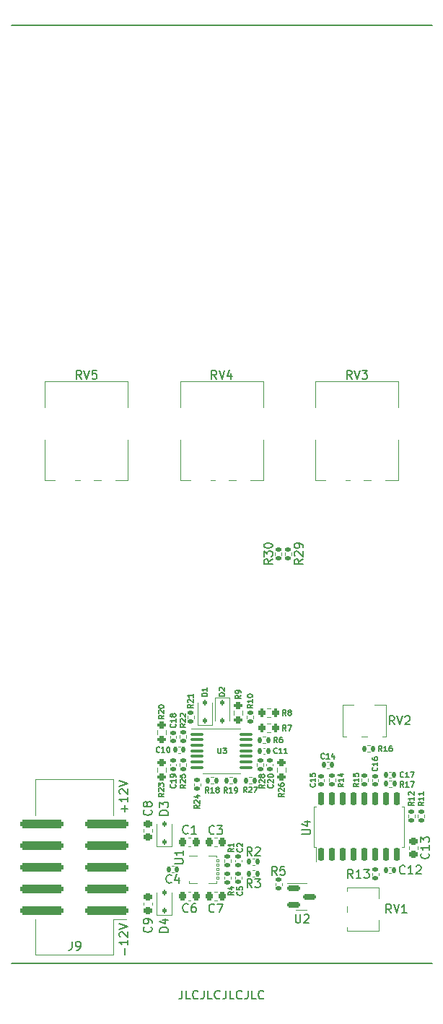
<source format=gbr>
%TF.GenerationSoftware,KiCad,Pcbnew,7.0.6*%
%TF.CreationDate,2023-07-23T13:51:40-05:00*%
%TF.ProjectId,ssi2131_ref,73736932-3133-4315-9f72-65662e6b6963,rev?*%
%TF.SameCoordinates,Original*%
%TF.FileFunction,Legend,Top*%
%TF.FilePolarity,Positive*%
%FSLAX46Y46*%
G04 Gerber Fmt 4.6, Leading zero omitted, Abs format (unit mm)*
G04 Created by KiCad (PCBNEW 7.0.6) date 2023-07-23 13:51:40*
%MOMM*%
%LPD*%
G01*
G04 APERTURE LIST*
G04 Aperture macros list*
%AMRoundRect*
0 Rectangle with rounded corners*
0 $1 Rounding radius*
0 $2 $3 $4 $5 $6 $7 $8 $9 X,Y pos of 4 corners*
0 Add a 4 corners polygon primitive as box body*
4,1,4,$2,$3,$4,$5,$6,$7,$8,$9,$2,$3,0*
0 Add four circle primitives for the rounded corners*
1,1,$1+$1,$2,$3*
1,1,$1+$1,$4,$5*
1,1,$1+$1,$6,$7*
1,1,$1+$1,$8,$9*
0 Add four rect primitives between the rounded corners*
20,1,$1+$1,$2,$3,$4,$5,0*
20,1,$1+$1,$4,$5,$6,$7,0*
20,1,$1+$1,$6,$7,$8,$9,0*
20,1,$1+$1,$8,$9,$2,$3,0*%
G04 Aperture macros list end*
%ADD10C,0.150000*%
%ADD11C,0.120000*%
%ADD12RoundRect,0.135000X0.135000X0.185000X-0.135000X0.185000X-0.135000X-0.185000X0.135000X-0.185000X0*%
%ADD13RoundRect,0.225000X0.225000X0.250000X-0.225000X0.250000X-0.225000X-0.250000X0.225000X-0.250000X0*%
%ADD14RoundRect,0.225000X-0.250000X0.225000X-0.250000X-0.225000X0.250000X-0.225000X0.250000X0.225000X0*%
%ADD15RoundRect,0.140000X-0.170000X0.140000X-0.170000X-0.140000X0.170000X-0.140000X0.170000X0.140000X0*%
%ADD16RoundRect,0.135000X-0.135000X-0.185000X0.135000X-0.185000X0.135000X0.185000X-0.135000X0.185000X0*%
%ADD17RoundRect,0.140000X0.140000X0.170000X-0.140000X0.170000X-0.140000X-0.170000X0.140000X-0.170000X0*%
%ADD18C,3.200000*%
%ADD19C,7.500000*%
%ADD20O,1.500000X5.000000*%
%ADD21C,5.000000*%
%ADD22O,5.000000X1.500000*%
%ADD23RoundRect,0.135000X-0.185000X0.135000X-0.185000X-0.135000X0.185000X-0.135000X0.185000X0.135000X0*%
%ADD24RoundRect,0.140000X-0.140000X-0.170000X0.140000X-0.170000X0.140000X0.170000X-0.140000X0.170000X0*%
%ADD25RoundRect,0.255000X2.245000X0.255000X-2.245000X0.255000X-2.245000X-0.255000X2.245000X-0.255000X0*%
%ADD26RoundRect,0.112500X0.112500X-0.187500X0.112500X0.187500X-0.112500X0.187500X-0.112500X-0.187500X0*%
%ADD27RoundRect,0.200000X0.275000X-0.200000X0.275000X0.200000X-0.275000X0.200000X-0.275000X-0.200000X0*%
%ADD28RoundRect,0.200000X-0.275000X0.200000X-0.275000X-0.200000X0.275000X-0.200000X0.275000X0.200000X0*%
%ADD29RoundRect,0.135000X0.185000X-0.135000X0.185000X0.135000X-0.185000X0.135000X-0.185000X-0.135000X0*%
%ADD30RoundRect,0.140000X0.170000X-0.140000X0.170000X0.140000X-0.170000X0.140000X-0.170000X-0.140000X0*%
%ADD31RoundRect,0.200000X0.200000X0.275000X-0.200000X0.275000X-0.200000X-0.275000X0.200000X-0.275000X0*%
%ADD32RoundRect,0.112500X-0.112500X0.187500X-0.112500X-0.187500X0.112500X-0.187500X0.112500X0.187500X0*%
%ADD33RoundRect,0.150000X-0.587500X-0.150000X0.587500X-0.150000X0.587500X0.150000X-0.587500X0.150000X0*%
%ADD34R,1.300000X1.600000*%
%ADD35R,2.000000X1.600000*%
%ADD36RoundRect,0.225000X-0.225000X-0.250000X0.225000X-0.250000X0.225000X0.250000X-0.225000X0.250000X0*%
%ADD37RoundRect,0.070000X-0.140000X-0.140000X0.140000X-0.140000X0.140000X0.140000X-0.140000X0.140000X0*%
%ADD38O,0.990000X0.420000*%
%ADD39R,0.680000X1.050000*%
%ADD40R,0.260000X0.500000*%
%ADD41R,0.280000X0.700000*%
%ADD42R,1.650000X2.400000*%
%ADD43R,1.600000X1.300000*%
%ADD44R,1.600000X2.000000*%
%ADD45RoundRect,0.150000X0.150000X-0.650000X0.150000X0.650000X-0.150000X0.650000X-0.150000X-0.650000X0*%
%ADD46RoundRect,0.100000X-0.637500X-0.100000X0.637500X-0.100000X0.637500X0.100000X-0.637500X0.100000X0*%
G04 APERTURE END LIST*
D10*
X122580000Y-35913000D02*
X171980000Y-35913000D01*
X122580000Y-145913000D02*
X171980000Y-145913000D01*
X142634635Y-149110819D02*
X142634635Y-149825104D01*
X142634635Y-149825104D02*
X142587016Y-149967961D01*
X142587016Y-149967961D02*
X142491778Y-150063200D01*
X142491778Y-150063200D02*
X142348921Y-150110819D01*
X142348921Y-150110819D02*
X142253683Y-150110819D01*
X143587016Y-150110819D02*
X143110826Y-150110819D01*
X143110826Y-150110819D02*
X143110826Y-149110819D01*
X144491778Y-150015580D02*
X144444159Y-150063200D01*
X144444159Y-150063200D02*
X144301302Y-150110819D01*
X144301302Y-150110819D02*
X144206064Y-150110819D01*
X144206064Y-150110819D02*
X144063207Y-150063200D01*
X144063207Y-150063200D02*
X143967969Y-149967961D01*
X143967969Y-149967961D02*
X143920350Y-149872723D01*
X143920350Y-149872723D02*
X143872731Y-149682247D01*
X143872731Y-149682247D02*
X143872731Y-149539390D01*
X143872731Y-149539390D02*
X143920350Y-149348914D01*
X143920350Y-149348914D02*
X143967969Y-149253676D01*
X143967969Y-149253676D02*
X144063207Y-149158438D01*
X144063207Y-149158438D02*
X144206064Y-149110819D01*
X144206064Y-149110819D02*
X144301302Y-149110819D01*
X144301302Y-149110819D02*
X144444159Y-149158438D01*
X144444159Y-149158438D02*
X144491778Y-149206057D01*
X145206064Y-149110819D02*
X145206064Y-149825104D01*
X145206064Y-149825104D02*
X145158445Y-149967961D01*
X145158445Y-149967961D02*
X145063207Y-150063200D01*
X145063207Y-150063200D02*
X144920350Y-150110819D01*
X144920350Y-150110819D02*
X144825112Y-150110819D01*
X146158445Y-150110819D02*
X145682255Y-150110819D01*
X145682255Y-150110819D02*
X145682255Y-149110819D01*
X147063207Y-150015580D02*
X147015588Y-150063200D01*
X147015588Y-150063200D02*
X146872731Y-150110819D01*
X146872731Y-150110819D02*
X146777493Y-150110819D01*
X146777493Y-150110819D02*
X146634636Y-150063200D01*
X146634636Y-150063200D02*
X146539398Y-149967961D01*
X146539398Y-149967961D02*
X146491779Y-149872723D01*
X146491779Y-149872723D02*
X146444160Y-149682247D01*
X146444160Y-149682247D02*
X146444160Y-149539390D01*
X146444160Y-149539390D02*
X146491779Y-149348914D01*
X146491779Y-149348914D02*
X146539398Y-149253676D01*
X146539398Y-149253676D02*
X146634636Y-149158438D01*
X146634636Y-149158438D02*
X146777493Y-149110819D01*
X146777493Y-149110819D02*
X146872731Y-149110819D01*
X146872731Y-149110819D02*
X147015588Y-149158438D01*
X147015588Y-149158438D02*
X147063207Y-149206057D01*
X147777493Y-149110819D02*
X147777493Y-149825104D01*
X147777493Y-149825104D02*
X147729874Y-149967961D01*
X147729874Y-149967961D02*
X147634636Y-150063200D01*
X147634636Y-150063200D02*
X147491779Y-150110819D01*
X147491779Y-150110819D02*
X147396541Y-150110819D01*
X148729874Y-150110819D02*
X148253684Y-150110819D01*
X148253684Y-150110819D02*
X148253684Y-149110819D01*
X149634636Y-150015580D02*
X149587017Y-150063200D01*
X149587017Y-150063200D02*
X149444160Y-150110819D01*
X149444160Y-150110819D02*
X149348922Y-150110819D01*
X149348922Y-150110819D02*
X149206065Y-150063200D01*
X149206065Y-150063200D02*
X149110827Y-149967961D01*
X149110827Y-149967961D02*
X149063208Y-149872723D01*
X149063208Y-149872723D02*
X149015589Y-149682247D01*
X149015589Y-149682247D02*
X149015589Y-149539390D01*
X149015589Y-149539390D02*
X149063208Y-149348914D01*
X149063208Y-149348914D02*
X149110827Y-149253676D01*
X149110827Y-149253676D02*
X149206065Y-149158438D01*
X149206065Y-149158438D02*
X149348922Y-149110819D01*
X149348922Y-149110819D02*
X149444160Y-149110819D01*
X149444160Y-149110819D02*
X149587017Y-149158438D01*
X149587017Y-149158438D02*
X149634636Y-149206057D01*
X150348922Y-149110819D02*
X150348922Y-149825104D01*
X150348922Y-149825104D02*
X150301303Y-149967961D01*
X150301303Y-149967961D02*
X150206065Y-150063200D01*
X150206065Y-150063200D02*
X150063208Y-150110819D01*
X150063208Y-150110819D02*
X149967970Y-150110819D01*
X151301303Y-150110819D02*
X150825113Y-150110819D01*
X150825113Y-150110819D02*
X150825113Y-149110819D01*
X152206065Y-150015580D02*
X152158446Y-150063200D01*
X152158446Y-150063200D02*
X152015589Y-150110819D01*
X152015589Y-150110819D02*
X151920351Y-150110819D01*
X151920351Y-150110819D02*
X151777494Y-150063200D01*
X151777494Y-150063200D02*
X151682256Y-149967961D01*
X151682256Y-149967961D02*
X151634637Y-149872723D01*
X151634637Y-149872723D02*
X151587018Y-149682247D01*
X151587018Y-149682247D02*
X151587018Y-149539390D01*
X151587018Y-149539390D02*
X151634637Y-149348914D01*
X151634637Y-149348914D02*
X151682256Y-149253676D01*
X151682256Y-149253676D02*
X151777494Y-149158438D01*
X151777494Y-149158438D02*
X151920351Y-149110819D01*
X151920351Y-149110819D02*
X152015589Y-149110819D01*
X152015589Y-149110819D02*
X152158446Y-149158438D01*
X152158446Y-149158438D02*
X152206065Y-149206057D01*
X135886866Y-144951220D02*
X135886866Y-144189316D01*
X136267819Y-143189316D02*
X136267819Y-143760744D01*
X136267819Y-143475030D02*
X135267819Y-143475030D01*
X135267819Y-143475030D02*
X135410676Y-143570268D01*
X135410676Y-143570268D02*
X135505914Y-143665506D01*
X135505914Y-143665506D02*
X135553533Y-143760744D01*
X135363057Y-142808363D02*
X135315438Y-142760744D01*
X135315438Y-142760744D02*
X135267819Y-142665506D01*
X135267819Y-142665506D02*
X135267819Y-142427411D01*
X135267819Y-142427411D02*
X135315438Y-142332173D01*
X135315438Y-142332173D02*
X135363057Y-142284554D01*
X135363057Y-142284554D02*
X135458295Y-142236935D01*
X135458295Y-142236935D02*
X135553533Y-142236935D01*
X135553533Y-142236935D02*
X135696390Y-142284554D01*
X135696390Y-142284554D02*
X136267819Y-142855982D01*
X136267819Y-142855982D02*
X136267819Y-142236935D01*
X135267819Y-141951220D02*
X136267819Y-141617887D01*
X136267819Y-141617887D02*
X135267819Y-141284554D01*
X135886866Y-128187220D02*
X135886866Y-127425316D01*
X136267819Y-127806268D02*
X135505914Y-127806268D01*
X136267819Y-126425316D02*
X136267819Y-126996744D01*
X136267819Y-126711030D02*
X135267819Y-126711030D01*
X135267819Y-126711030D02*
X135410676Y-126806268D01*
X135410676Y-126806268D02*
X135505914Y-126901506D01*
X135505914Y-126901506D02*
X135553533Y-126996744D01*
X135363057Y-126044363D02*
X135315438Y-125996744D01*
X135315438Y-125996744D02*
X135267819Y-125901506D01*
X135267819Y-125901506D02*
X135267819Y-125663411D01*
X135267819Y-125663411D02*
X135315438Y-125568173D01*
X135315438Y-125568173D02*
X135363057Y-125520554D01*
X135363057Y-125520554D02*
X135458295Y-125472935D01*
X135458295Y-125472935D02*
X135553533Y-125472935D01*
X135553533Y-125472935D02*
X135696390Y-125520554D01*
X135696390Y-125520554D02*
X136267819Y-126091982D01*
X136267819Y-126091982D02*
X136267819Y-125472935D01*
X135267819Y-125187220D02*
X136267819Y-124853887D01*
X136267819Y-124853887D02*
X135267819Y-124520554D01*
X166088785Y-121062963D02*
X165877118Y-120760582D01*
X165725928Y-121062963D02*
X165725928Y-120427963D01*
X165725928Y-120427963D02*
X165967833Y-120427963D01*
X165967833Y-120427963D02*
X166028309Y-120458201D01*
X166028309Y-120458201D02*
X166058547Y-120488439D01*
X166058547Y-120488439D02*
X166088785Y-120548915D01*
X166088785Y-120548915D02*
X166088785Y-120639629D01*
X166088785Y-120639629D02*
X166058547Y-120700105D01*
X166058547Y-120700105D02*
X166028309Y-120730344D01*
X166028309Y-120730344D02*
X165967833Y-120760582D01*
X165967833Y-120760582D02*
X165725928Y-120760582D01*
X166693547Y-121062963D02*
X166330690Y-121062963D01*
X166512118Y-121062963D02*
X166512118Y-120427963D01*
X166512118Y-120427963D02*
X166451642Y-120518677D01*
X166451642Y-120518677D02*
X166391166Y-120579153D01*
X166391166Y-120579153D02*
X166330690Y-120609391D01*
X167237833Y-120427963D02*
X167116880Y-120427963D01*
X167116880Y-120427963D02*
X167056404Y-120458201D01*
X167056404Y-120458201D02*
X167026166Y-120488439D01*
X167026166Y-120488439D02*
X166965690Y-120579153D01*
X166965690Y-120579153D02*
X166935452Y-120700105D01*
X166935452Y-120700105D02*
X166935452Y-120942010D01*
X166935452Y-120942010D02*
X166965690Y-121002486D01*
X166965690Y-121002486D02*
X166995928Y-121032725D01*
X166995928Y-121032725D02*
X167056404Y-121062963D01*
X167056404Y-121062963D02*
X167177357Y-121062963D01*
X167177357Y-121062963D02*
X167237833Y-121032725D01*
X167237833Y-121032725D02*
X167268071Y-121002486D01*
X167268071Y-121002486D02*
X167298309Y-120942010D01*
X167298309Y-120942010D02*
X167298309Y-120790820D01*
X167298309Y-120790820D02*
X167268071Y-120730344D01*
X167268071Y-120730344D02*
X167237833Y-120700105D01*
X167237833Y-120700105D02*
X167177357Y-120669867D01*
X167177357Y-120669867D02*
X167056404Y-120669867D01*
X167056404Y-120669867D02*
X166995928Y-120700105D01*
X166995928Y-120700105D02*
X166965690Y-120730344D01*
X166965690Y-120730344D02*
X166935452Y-120790820D01*
X146409033Y-130688580D02*
X146361414Y-130736200D01*
X146361414Y-130736200D02*
X146218557Y-130783819D01*
X146218557Y-130783819D02*
X146123319Y-130783819D01*
X146123319Y-130783819D02*
X145980462Y-130736200D01*
X145980462Y-130736200D02*
X145885224Y-130640961D01*
X145885224Y-130640961D02*
X145837605Y-130545723D01*
X145837605Y-130545723D02*
X145789986Y-130355247D01*
X145789986Y-130355247D02*
X145789986Y-130212390D01*
X145789986Y-130212390D02*
X145837605Y-130021914D01*
X145837605Y-130021914D02*
X145885224Y-129926676D01*
X145885224Y-129926676D02*
X145980462Y-129831438D01*
X145980462Y-129831438D02*
X146123319Y-129783819D01*
X146123319Y-129783819D02*
X146218557Y-129783819D01*
X146218557Y-129783819D02*
X146361414Y-129831438D01*
X146361414Y-129831438D02*
X146409033Y-129879057D01*
X146742367Y-129783819D02*
X147361414Y-129783819D01*
X147361414Y-129783819D02*
X147028081Y-130164771D01*
X147028081Y-130164771D02*
X147170938Y-130164771D01*
X147170938Y-130164771D02*
X147266176Y-130212390D01*
X147266176Y-130212390D02*
X147313795Y-130260009D01*
X147313795Y-130260009D02*
X147361414Y-130355247D01*
X147361414Y-130355247D02*
X147361414Y-130593342D01*
X147361414Y-130593342D02*
X147313795Y-130688580D01*
X147313795Y-130688580D02*
X147266176Y-130736200D01*
X147266176Y-130736200D02*
X147170938Y-130783819D01*
X147170938Y-130783819D02*
X146885224Y-130783819D01*
X146885224Y-130783819D02*
X146789986Y-130736200D01*
X146789986Y-130736200D02*
X146742367Y-130688580D01*
X171530080Y-133031857D02*
X171577700Y-133079476D01*
X171577700Y-133079476D02*
X171625319Y-133222333D01*
X171625319Y-133222333D02*
X171625319Y-133317571D01*
X171625319Y-133317571D02*
X171577700Y-133460428D01*
X171577700Y-133460428D02*
X171482461Y-133555666D01*
X171482461Y-133555666D02*
X171387223Y-133603285D01*
X171387223Y-133603285D02*
X171196747Y-133650904D01*
X171196747Y-133650904D02*
X171053890Y-133650904D01*
X171053890Y-133650904D02*
X170863414Y-133603285D01*
X170863414Y-133603285D02*
X170768176Y-133555666D01*
X170768176Y-133555666D02*
X170672938Y-133460428D01*
X170672938Y-133460428D02*
X170625319Y-133317571D01*
X170625319Y-133317571D02*
X170625319Y-133222333D01*
X170625319Y-133222333D02*
X170672938Y-133079476D01*
X170672938Y-133079476D02*
X170720557Y-133031857D01*
X171625319Y-132079476D02*
X171625319Y-132650904D01*
X171625319Y-132365190D02*
X170625319Y-132365190D01*
X170625319Y-132365190D02*
X170768176Y-132460428D01*
X170768176Y-132460428D02*
X170863414Y-132555666D01*
X170863414Y-132555666D02*
X170911033Y-132650904D01*
X170625319Y-131746142D02*
X170625319Y-131127095D01*
X170625319Y-131127095D02*
X171006271Y-131460428D01*
X171006271Y-131460428D02*
X171006271Y-131317571D01*
X171006271Y-131317571D02*
X171053890Y-131222333D01*
X171053890Y-131222333D02*
X171101509Y-131174714D01*
X171101509Y-131174714D02*
X171196747Y-131127095D01*
X171196747Y-131127095D02*
X171434842Y-131127095D01*
X171434842Y-131127095D02*
X171530080Y-131174714D01*
X171530080Y-131174714D02*
X171577700Y-131222333D01*
X171577700Y-131222333D02*
X171625319Y-131317571D01*
X171625319Y-131317571D02*
X171625319Y-131603285D01*
X171625319Y-131603285D02*
X171577700Y-131698523D01*
X171577700Y-131698523D02*
X171530080Y-131746142D01*
X149645986Y-132466833D02*
X149676225Y-132497071D01*
X149676225Y-132497071D02*
X149706463Y-132587785D01*
X149706463Y-132587785D02*
X149706463Y-132648261D01*
X149706463Y-132648261D02*
X149676225Y-132738976D01*
X149676225Y-132738976D02*
X149615748Y-132799452D01*
X149615748Y-132799452D02*
X149555272Y-132829690D01*
X149555272Y-132829690D02*
X149434320Y-132859928D01*
X149434320Y-132859928D02*
X149343605Y-132859928D01*
X149343605Y-132859928D02*
X149222653Y-132829690D01*
X149222653Y-132829690D02*
X149162177Y-132799452D01*
X149162177Y-132799452D02*
X149101701Y-132738976D01*
X149101701Y-132738976D02*
X149071463Y-132648261D01*
X149071463Y-132648261D02*
X149071463Y-132587785D01*
X149071463Y-132587785D02*
X149101701Y-132497071D01*
X149101701Y-132497071D02*
X149131939Y-132466833D01*
X149131939Y-132224928D02*
X149101701Y-132194690D01*
X149101701Y-132194690D02*
X149071463Y-132134214D01*
X149071463Y-132134214D02*
X149071463Y-131983023D01*
X149071463Y-131983023D02*
X149101701Y-131922547D01*
X149101701Y-131922547D02*
X149131939Y-131892309D01*
X149131939Y-131892309D02*
X149192415Y-131862071D01*
X149192415Y-131862071D02*
X149252891Y-131862071D01*
X149252891Y-131862071D02*
X149343605Y-131892309D01*
X149343605Y-131892309D02*
X149706463Y-132255166D01*
X149706463Y-132255166D02*
X149706463Y-131862071D01*
X145768785Y-125931963D02*
X145557118Y-125629582D01*
X145405928Y-125931963D02*
X145405928Y-125296963D01*
X145405928Y-125296963D02*
X145647833Y-125296963D01*
X145647833Y-125296963D02*
X145708309Y-125327201D01*
X145708309Y-125327201D02*
X145738547Y-125357439D01*
X145738547Y-125357439D02*
X145768785Y-125417915D01*
X145768785Y-125417915D02*
X145768785Y-125508629D01*
X145768785Y-125508629D02*
X145738547Y-125569105D01*
X145738547Y-125569105D02*
X145708309Y-125599344D01*
X145708309Y-125599344D02*
X145647833Y-125629582D01*
X145647833Y-125629582D02*
X145405928Y-125629582D01*
X146373547Y-125931963D02*
X146010690Y-125931963D01*
X146192118Y-125931963D02*
X146192118Y-125296963D01*
X146192118Y-125296963D02*
X146131642Y-125387677D01*
X146131642Y-125387677D02*
X146071166Y-125448153D01*
X146071166Y-125448153D02*
X146010690Y-125478391D01*
X146736404Y-125569105D02*
X146675928Y-125538867D01*
X146675928Y-125538867D02*
X146645690Y-125508629D01*
X146645690Y-125508629D02*
X146615452Y-125448153D01*
X146615452Y-125448153D02*
X146615452Y-125417915D01*
X146615452Y-125417915D02*
X146645690Y-125357439D01*
X146645690Y-125357439D02*
X146675928Y-125327201D01*
X146675928Y-125327201D02*
X146736404Y-125296963D01*
X146736404Y-125296963D02*
X146857357Y-125296963D01*
X146857357Y-125296963D02*
X146917833Y-125327201D01*
X146917833Y-125327201D02*
X146948071Y-125357439D01*
X146948071Y-125357439D02*
X146978309Y-125417915D01*
X146978309Y-125417915D02*
X146978309Y-125448153D01*
X146978309Y-125448153D02*
X146948071Y-125508629D01*
X146948071Y-125508629D02*
X146917833Y-125538867D01*
X146917833Y-125538867D02*
X146857357Y-125569105D01*
X146857357Y-125569105D02*
X146736404Y-125569105D01*
X146736404Y-125569105D02*
X146675928Y-125599344D01*
X146675928Y-125599344D02*
X146645690Y-125629582D01*
X146645690Y-125629582D02*
X146615452Y-125690058D01*
X146615452Y-125690058D02*
X146615452Y-125811010D01*
X146615452Y-125811010D02*
X146645690Y-125871486D01*
X146645690Y-125871486D02*
X146675928Y-125901725D01*
X146675928Y-125901725D02*
X146736404Y-125931963D01*
X146736404Y-125931963D02*
X146857357Y-125931963D01*
X146857357Y-125931963D02*
X146917833Y-125901725D01*
X146917833Y-125901725D02*
X146948071Y-125871486D01*
X146948071Y-125871486D02*
X146978309Y-125811010D01*
X146978309Y-125811010D02*
X146978309Y-125690058D01*
X146978309Y-125690058D02*
X146948071Y-125629582D01*
X146948071Y-125629582D02*
X146917833Y-125599344D01*
X146917833Y-125599344D02*
X146857357Y-125569105D01*
X168775142Y-135360580D02*
X168727523Y-135408200D01*
X168727523Y-135408200D02*
X168584666Y-135455819D01*
X168584666Y-135455819D02*
X168489428Y-135455819D01*
X168489428Y-135455819D02*
X168346571Y-135408200D01*
X168346571Y-135408200D02*
X168251333Y-135312961D01*
X168251333Y-135312961D02*
X168203714Y-135217723D01*
X168203714Y-135217723D02*
X168156095Y-135027247D01*
X168156095Y-135027247D02*
X168156095Y-134884390D01*
X168156095Y-134884390D02*
X168203714Y-134693914D01*
X168203714Y-134693914D02*
X168251333Y-134598676D01*
X168251333Y-134598676D02*
X168346571Y-134503438D01*
X168346571Y-134503438D02*
X168489428Y-134455819D01*
X168489428Y-134455819D02*
X168584666Y-134455819D01*
X168584666Y-134455819D02*
X168727523Y-134503438D01*
X168727523Y-134503438D02*
X168775142Y-134551057D01*
X169727523Y-135455819D02*
X169156095Y-135455819D01*
X169441809Y-135455819D02*
X169441809Y-134455819D01*
X169441809Y-134455819D02*
X169346571Y-134598676D01*
X169346571Y-134598676D02*
X169251333Y-134693914D01*
X169251333Y-134693914D02*
X169156095Y-134741533D01*
X170108476Y-134551057D02*
X170156095Y-134503438D01*
X170156095Y-134503438D02*
X170251333Y-134455819D01*
X170251333Y-134455819D02*
X170489428Y-134455819D01*
X170489428Y-134455819D02*
X170584666Y-134503438D01*
X170584666Y-134503438D02*
X170632285Y-134551057D01*
X170632285Y-134551057D02*
X170679904Y-134646295D01*
X170679904Y-134646295D02*
X170679904Y-134741533D01*
X170679904Y-134741533D02*
X170632285Y-134884390D01*
X170632285Y-134884390D02*
X170060857Y-135455819D01*
X170060857Y-135455819D02*
X170679904Y-135455819D01*
X150846835Y-133296819D02*
X150513502Y-132820628D01*
X150275407Y-133296819D02*
X150275407Y-132296819D01*
X150275407Y-132296819D02*
X150656359Y-132296819D01*
X150656359Y-132296819D02*
X150751597Y-132344438D01*
X150751597Y-132344438D02*
X150799216Y-132392057D01*
X150799216Y-132392057D02*
X150846835Y-132487295D01*
X150846835Y-132487295D02*
X150846835Y-132630152D01*
X150846835Y-132630152D02*
X150799216Y-132725390D01*
X150799216Y-132725390D02*
X150751597Y-132773009D01*
X150751597Y-132773009D02*
X150656359Y-132820628D01*
X150656359Y-132820628D02*
X150275407Y-132820628D01*
X151227788Y-132392057D02*
X151275407Y-132344438D01*
X151275407Y-132344438D02*
X151370645Y-132296819D01*
X151370645Y-132296819D02*
X151608740Y-132296819D01*
X151608740Y-132296819D02*
X151703978Y-132344438D01*
X151703978Y-132344438D02*
X151751597Y-132392057D01*
X151751597Y-132392057D02*
X151799216Y-132487295D01*
X151799216Y-132487295D02*
X151799216Y-132582533D01*
X151799216Y-132582533D02*
X151751597Y-132725390D01*
X151751597Y-132725390D02*
X151180169Y-133296819D01*
X151180169Y-133296819D02*
X151799216Y-133296819D01*
X146409033Y-139865580D02*
X146361414Y-139913200D01*
X146361414Y-139913200D02*
X146218557Y-139960819D01*
X146218557Y-139960819D02*
X146123319Y-139960819D01*
X146123319Y-139960819D02*
X145980462Y-139913200D01*
X145980462Y-139913200D02*
X145885224Y-139817961D01*
X145885224Y-139817961D02*
X145837605Y-139722723D01*
X145837605Y-139722723D02*
X145789986Y-139532247D01*
X145789986Y-139532247D02*
X145789986Y-139389390D01*
X145789986Y-139389390D02*
X145837605Y-139198914D01*
X145837605Y-139198914D02*
X145885224Y-139103676D01*
X145885224Y-139103676D02*
X145980462Y-139008438D01*
X145980462Y-139008438D02*
X146123319Y-138960819D01*
X146123319Y-138960819D02*
X146218557Y-138960819D01*
X146218557Y-138960819D02*
X146361414Y-139008438D01*
X146361414Y-139008438D02*
X146409033Y-139056057D01*
X146742367Y-138960819D02*
X147409033Y-138960819D01*
X147409033Y-138960819D02*
X146980462Y-139960819D01*
X146684761Y-77416819D02*
X146351428Y-76940628D01*
X146113333Y-77416819D02*
X146113333Y-76416819D01*
X146113333Y-76416819D02*
X146494285Y-76416819D01*
X146494285Y-76416819D02*
X146589523Y-76464438D01*
X146589523Y-76464438D02*
X146637142Y-76512057D01*
X146637142Y-76512057D02*
X146684761Y-76607295D01*
X146684761Y-76607295D02*
X146684761Y-76750152D01*
X146684761Y-76750152D02*
X146637142Y-76845390D01*
X146637142Y-76845390D02*
X146589523Y-76893009D01*
X146589523Y-76893009D02*
X146494285Y-76940628D01*
X146494285Y-76940628D02*
X146113333Y-76940628D01*
X146970476Y-76416819D02*
X147303809Y-77416819D01*
X147303809Y-77416819D02*
X147637142Y-76416819D01*
X148399047Y-76750152D02*
X148399047Y-77416819D01*
X148160952Y-76369200D02*
X147922857Y-77083485D01*
X147922857Y-77083485D02*
X148541904Y-77083485D01*
X170973963Y-127027214D02*
X170671582Y-127238881D01*
X170973963Y-127390071D02*
X170338963Y-127390071D01*
X170338963Y-127390071D02*
X170338963Y-127148166D01*
X170338963Y-127148166D02*
X170369201Y-127087690D01*
X170369201Y-127087690D02*
X170399439Y-127057452D01*
X170399439Y-127057452D02*
X170459915Y-127027214D01*
X170459915Y-127027214D02*
X170550629Y-127027214D01*
X170550629Y-127027214D02*
X170611105Y-127057452D01*
X170611105Y-127057452D02*
X170641344Y-127087690D01*
X170641344Y-127087690D02*
X170671582Y-127148166D01*
X170671582Y-127148166D02*
X170671582Y-127390071D01*
X170973963Y-126422452D02*
X170973963Y-126785309D01*
X170973963Y-126603881D02*
X170338963Y-126603881D01*
X170338963Y-126603881D02*
X170429677Y-126664357D01*
X170429677Y-126664357D02*
X170490153Y-126724833D01*
X170490153Y-126724833D02*
X170520391Y-126785309D01*
X170973963Y-125817690D02*
X170973963Y-126180547D01*
X170973963Y-125999119D02*
X170338963Y-125999119D01*
X170338963Y-125999119D02*
X170429677Y-126059595D01*
X170429677Y-126059595D02*
X170490153Y-126120071D01*
X170490153Y-126120071D02*
X170520391Y-126180547D01*
X138996080Y-127955666D02*
X139043700Y-128003285D01*
X139043700Y-128003285D02*
X139091319Y-128146142D01*
X139091319Y-128146142D02*
X139091319Y-128241380D01*
X139091319Y-128241380D02*
X139043700Y-128384237D01*
X139043700Y-128384237D02*
X138948461Y-128479475D01*
X138948461Y-128479475D02*
X138853223Y-128527094D01*
X138853223Y-128527094D02*
X138662747Y-128574713D01*
X138662747Y-128574713D02*
X138519890Y-128574713D01*
X138519890Y-128574713D02*
X138329414Y-128527094D01*
X138329414Y-128527094D02*
X138234176Y-128479475D01*
X138234176Y-128479475D02*
X138138938Y-128384237D01*
X138138938Y-128384237D02*
X138091319Y-128241380D01*
X138091319Y-128241380D02*
X138091319Y-128146142D01*
X138091319Y-128146142D02*
X138138938Y-128003285D01*
X138138938Y-128003285D02*
X138186557Y-127955666D01*
X138519890Y-127384237D02*
X138472271Y-127479475D01*
X138472271Y-127479475D02*
X138424652Y-127527094D01*
X138424652Y-127527094D02*
X138329414Y-127574713D01*
X138329414Y-127574713D02*
X138281795Y-127574713D01*
X138281795Y-127574713D02*
X138186557Y-127527094D01*
X138186557Y-127527094D02*
X138138938Y-127479475D01*
X138138938Y-127479475D02*
X138091319Y-127384237D01*
X138091319Y-127384237D02*
X138091319Y-127193761D01*
X138091319Y-127193761D02*
X138138938Y-127098523D01*
X138138938Y-127098523D02*
X138186557Y-127050904D01*
X138186557Y-127050904D02*
X138281795Y-127003285D01*
X138281795Y-127003285D02*
X138329414Y-127003285D01*
X138329414Y-127003285D02*
X138424652Y-127050904D01*
X138424652Y-127050904D02*
X138472271Y-127098523D01*
X138472271Y-127098523D02*
X138519890Y-127193761D01*
X138519890Y-127193761D02*
X138519890Y-127384237D01*
X138519890Y-127384237D02*
X138567509Y-127479475D01*
X138567509Y-127479475D02*
X138615128Y-127527094D01*
X138615128Y-127527094D02*
X138710366Y-127574713D01*
X138710366Y-127574713D02*
X138900842Y-127574713D01*
X138900842Y-127574713D02*
X138996080Y-127527094D01*
X138996080Y-127527094D02*
X139043700Y-127479475D01*
X139043700Y-127479475D02*
X139091319Y-127384237D01*
X139091319Y-127384237D02*
X139091319Y-127193761D01*
X139091319Y-127193761D02*
X139043700Y-127098523D01*
X139043700Y-127098523D02*
X138996080Y-127050904D01*
X138996080Y-127050904D02*
X138900842Y-127003285D01*
X138900842Y-127003285D02*
X138710366Y-127003285D01*
X138710366Y-127003285D02*
X138615128Y-127050904D01*
X138615128Y-127050904D02*
X138567509Y-127098523D01*
X138567509Y-127098523D02*
X138519890Y-127193761D01*
X139994785Y-121129486D02*
X139964547Y-121159725D01*
X139964547Y-121159725D02*
X139873833Y-121189963D01*
X139873833Y-121189963D02*
X139813357Y-121189963D01*
X139813357Y-121189963D02*
X139722642Y-121159725D01*
X139722642Y-121159725D02*
X139662166Y-121099248D01*
X139662166Y-121099248D02*
X139631928Y-121038772D01*
X139631928Y-121038772D02*
X139601690Y-120917820D01*
X139601690Y-120917820D02*
X139601690Y-120827105D01*
X139601690Y-120827105D02*
X139631928Y-120706153D01*
X139631928Y-120706153D02*
X139662166Y-120645677D01*
X139662166Y-120645677D02*
X139722642Y-120585201D01*
X139722642Y-120585201D02*
X139813357Y-120554963D01*
X139813357Y-120554963D02*
X139873833Y-120554963D01*
X139873833Y-120554963D02*
X139964547Y-120585201D01*
X139964547Y-120585201D02*
X139994785Y-120615439D01*
X140599547Y-121189963D02*
X140236690Y-121189963D01*
X140418118Y-121189963D02*
X140418118Y-120554963D01*
X140418118Y-120554963D02*
X140357642Y-120645677D01*
X140357642Y-120645677D02*
X140297166Y-120706153D01*
X140297166Y-120706153D02*
X140236690Y-120736391D01*
X140992642Y-120554963D02*
X141053119Y-120554963D01*
X141053119Y-120554963D02*
X141113595Y-120585201D01*
X141113595Y-120585201D02*
X141143833Y-120615439D01*
X141143833Y-120615439D02*
X141174071Y-120675915D01*
X141174071Y-120675915D02*
X141204309Y-120796867D01*
X141204309Y-120796867D02*
X141204309Y-120948058D01*
X141204309Y-120948058D02*
X141174071Y-121069010D01*
X141174071Y-121069010D02*
X141143833Y-121129486D01*
X141143833Y-121129486D02*
X141113595Y-121159725D01*
X141113595Y-121159725D02*
X141053119Y-121189963D01*
X141053119Y-121189963D02*
X140992642Y-121189963D01*
X140992642Y-121189963D02*
X140932166Y-121159725D01*
X140932166Y-121159725D02*
X140901928Y-121129486D01*
X140901928Y-121129486D02*
X140871690Y-121069010D01*
X140871690Y-121069010D02*
X140841452Y-120948058D01*
X140841452Y-120948058D02*
X140841452Y-120796867D01*
X140841452Y-120796867D02*
X140871690Y-120675915D01*
X140871690Y-120675915D02*
X140901928Y-120615439D01*
X140901928Y-120615439D02*
X140932166Y-120585201D01*
X140932166Y-120585201D02*
X140992642Y-120554963D01*
X129714666Y-143371219D02*
X129714666Y-144085504D01*
X129714666Y-144085504D02*
X129667047Y-144228361D01*
X129667047Y-144228361D02*
X129571809Y-144323600D01*
X129571809Y-144323600D02*
X129428952Y-144371219D01*
X129428952Y-144371219D02*
X129333714Y-144371219D01*
X130238476Y-144371219D02*
X130428952Y-144371219D01*
X130428952Y-144371219D02*
X130524190Y-144323600D01*
X130524190Y-144323600D02*
X130571809Y-144275980D01*
X130571809Y-144275980D02*
X130667047Y-144133123D01*
X130667047Y-144133123D02*
X130714666Y-143942647D01*
X130714666Y-143942647D02*
X130714666Y-143561695D01*
X130714666Y-143561695D02*
X130667047Y-143466457D01*
X130667047Y-143466457D02*
X130619428Y-143418838D01*
X130619428Y-143418838D02*
X130524190Y-143371219D01*
X130524190Y-143371219D02*
X130333714Y-143371219D01*
X130333714Y-143371219D02*
X130238476Y-143418838D01*
X130238476Y-143418838D02*
X130190857Y-143466457D01*
X130190857Y-143466457D02*
X130143238Y-143561695D01*
X130143238Y-143561695D02*
X130143238Y-143799790D01*
X130143238Y-143799790D02*
X130190857Y-143895028D01*
X130190857Y-143895028D02*
X130238476Y-143942647D01*
X130238476Y-143942647D02*
X130333714Y-143990266D01*
X130333714Y-143990266D02*
X130524190Y-143990266D01*
X130524190Y-143990266D02*
X130619428Y-143942647D01*
X130619428Y-143942647D02*
X130667047Y-143895028D01*
X130667047Y-143895028D02*
X130714666Y-143799790D01*
X145573963Y-114599690D02*
X144938963Y-114599690D01*
X144938963Y-114599690D02*
X144938963Y-114448500D01*
X144938963Y-114448500D02*
X144969201Y-114357785D01*
X144969201Y-114357785D02*
X145029677Y-114297309D01*
X145029677Y-114297309D02*
X145090153Y-114267071D01*
X145090153Y-114267071D02*
X145211105Y-114236833D01*
X145211105Y-114236833D02*
X145301820Y-114236833D01*
X145301820Y-114236833D02*
X145422772Y-114267071D01*
X145422772Y-114267071D02*
X145483248Y-114297309D01*
X145483248Y-114297309D02*
X145543725Y-114357785D01*
X145543725Y-114357785D02*
X145573963Y-114448500D01*
X145573963Y-114448500D02*
X145573963Y-114599690D01*
X145573963Y-113632071D02*
X145573963Y-113994928D01*
X145573963Y-113813500D02*
X144938963Y-113813500D01*
X144938963Y-113813500D02*
X145029677Y-113873976D01*
X145029677Y-113873976D02*
X145090153Y-113934452D01*
X145090153Y-113934452D02*
X145120391Y-113994928D01*
X149510963Y-114525833D02*
X149208582Y-114737500D01*
X149510963Y-114888690D02*
X148875963Y-114888690D01*
X148875963Y-114888690D02*
X148875963Y-114646785D01*
X148875963Y-114646785D02*
X148906201Y-114586309D01*
X148906201Y-114586309D02*
X148936439Y-114556071D01*
X148936439Y-114556071D02*
X148996915Y-114525833D01*
X148996915Y-114525833D02*
X149087629Y-114525833D01*
X149087629Y-114525833D02*
X149148105Y-114556071D01*
X149148105Y-114556071D02*
X149178344Y-114586309D01*
X149178344Y-114586309D02*
X149208582Y-114646785D01*
X149208582Y-114646785D02*
X149208582Y-114888690D01*
X149510963Y-114223452D02*
X149510963Y-114102500D01*
X149510963Y-114102500D02*
X149480725Y-114042023D01*
X149480725Y-114042023D02*
X149450486Y-114011785D01*
X149450486Y-114011785D02*
X149359772Y-113951309D01*
X149359772Y-113951309D02*
X149238820Y-113921071D01*
X149238820Y-113921071D02*
X148996915Y-113921071D01*
X148996915Y-113921071D02*
X148936439Y-113951309D01*
X148936439Y-113951309D02*
X148906201Y-113981547D01*
X148906201Y-113981547D02*
X148875963Y-114042023D01*
X148875963Y-114042023D02*
X148875963Y-114162976D01*
X148875963Y-114162976D02*
X148906201Y-114223452D01*
X148906201Y-114223452D02*
X148936439Y-114253690D01*
X148936439Y-114253690D02*
X148996915Y-114283928D01*
X148996915Y-114283928D02*
X149148105Y-114283928D01*
X149148105Y-114283928D02*
X149208582Y-114253690D01*
X149208582Y-114253690D02*
X149238820Y-114223452D01*
X149238820Y-114223452D02*
X149269058Y-114162976D01*
X149269058Y-114162976D02*
X149269058Y-114042023D01*
X149269058Y-114042023D02*
X149238820Y-113981547D01*
X149238820Y-113981547D02*
X149208582Y-113951309D01*
X149208582Y-113951309D02*
X149148105Y-113921071D01*
X162679142Y-135925819D02*
X162345809Y-135449628D01*
X162107714Y-135925819D02*
X162107714Y-134925819D01*
X162107714Y-134925819D02*
X162488666Y-134925819D01*
X162488666Y-134925819D02*
X162583904Y-134973438D01*
X162583904Y-134973438D02*
X162631523Y-135021057D01*
X162631523Y-135021057D02*
X162679142Y-135116295D01*
X162679142Y-135116295D02*
X162679142Y-135259152D01*
X162679142Y-135259152D02*
X162631523Y-135354390D01*
X162631523Y-135354390D02*
X162583904Y-135402009D01*
X162583904Y-135402009D02*
X162488666Y-135449628D01*
X162488666Y-135449628D02*
X162107714Y-135449628D01*
X163631523Y-135925819D02*
X163060095Y-135925819D01*
X163345809Y-135925819D02*
X163345809Y-134925819D01*
X163345809Y-134925819D02*
X163250571Y-135068676D01*
X163250571Y-135068676D02*
X163155333Y-135163914D01*
X163155333Y-135163914D02*
X163060095Y-135211533D01*
X163964857Y-134925819D02*
X164583904Y-134925819D01*
X164583904Y-134925819D02*
X164250571Y-135306771D01*
X164250571Y-135306771D02*
X164393428Y-135306771D01*
X164393428Y-135306771D02*
X164488666Y-135354390D01*
X164488666Y-135354390D02*
X164536285Y-135402009D01*
X164536285Y-135402009D02*
X164583904Y-135497247D01*
X164583904Y-135497247D02*
X164583904Y-135735342D01*
X164583904Y-135735342D02*
X164536285Y-135830580D01*
X164536285Y-135830580D02*
X164488666Y-135878200D01*
X164488666Y-135878200D02*
X164393428Y-135925819D01*
X164393428Y-135925819D02*
X164107714Y-135925819D01*
X164107714Y-135925819D02*
X164012476Y-135878200D01*
X164012476Y-135878200D02*
X163964857Y-135830580D01*
X154590963Y-126004214D02*
X154288582Y-126215881D01*
X154590963Y-126367071D02*
X153955963Y-126367071D01*
X153955963Y-126367071D02*
X153955963Y-126125166D01*
X153955963Y-126125166D02*
X153986201Y-126064690D01*
X153986201Y-126064690D02*
X154016439Y-126034452D01*
X154016439Y-126034452D02*
X154076915Y-126004214D01*
X154076915Y-126004214D02*
X154167629Y-126004214D01*
X154167629Y-126004214D02*
X154228105Y-126034452D01*
X154228105Y-126034452D02*
X154258344Y-126064690D01*
X154258344Y-126064690D02*
X154288582Y-126125166D01*
X154288582Y-126125166D02*
X154288582Y-126367071D01*
X154016439Y-125762309D02*
X153986201Y-125732071D01*
X153986201Y-125732071D02*
X153955963Y-125671595D01*
X153955963Y-125671595D02*
X153955963Y-125520404D01*
X153955963Y-125520404D02*
X153986201Y-125459928D01*
X153986201Y-125459928D02*
X154016439Y-125429690D01*
X154016439Y-125429690D02*
X154076915Y-125399452D01*
X154076915Y-125399452D02*
X154137391Y-125399452D01*
X154137391Y-125399452D02*
X154228105Y-125429690D01*
X154228105Y-125429690D02*
X154590963Y-125792547D01*
X154590963Y-125792547D02*
X154590963Y-125399452D01*
X153955963Y-124855166D02*
X153955963Y-124976119D01*
X153955963Y-124976119D02*
X153986201Y-125036595D01*
X153986201Y-125036595D02*
X154016439Y-125066833D01*
X154016439Y-125066833D02*
X154107153Y-125127309D01*
X154107153Y-125127309D02*
X154228105Y-125157547D01*
X154228105Y-125157547D02*
X154470010Y-125157547D01*
X154470010Y-125157547D02*
X154530486Y-125127309D01*
X154530486Y-125127309D02*
X154560725Y-125097071D01*
X154560725Y-125097071D02*
X154590963Y-125036595D01*
X154590963Y-125036595D02*
X154590963Y-124915642D01*
X154590963Y-124915642D02*
X154560725Y-124855166D01*
X154560725Y-124855166D02*
X154530486Y-124824928D01*
X154530486Y-124824928D02*
X154470010Y-124794690D01*
X154470010Y-124794690D02*
X154318820Y-124794690D01*
X154318820Y-124794690D02*
X154258344Y-124824928D01*
X154258344Y-124824928D02*
X154228105Y-124855166D01*
X154228105Y-124855166D02*
X154197867Y-124915642D01*
X154197867Y-124915642D02*
X154197867Y-125036595D01*
X154197867Y-125036595D02*
X154228105Y-125097071D01*
X154228105Y-125097071D02*
X154258344Y-125127309D01*
X154258344Y-125127309D02*
X154318820Y-125157547D01*
X150846835Y-137025819D02*
X150513502Y-136549628D01*
X150275407Y-137025819D02*
X150275407Y-136025819D01*
X150275407Y-136025819D02*
X150656359Y-136025819D01*
X150656359Y-136025819D02*
X150751597Y-136073438D01*
X150751597Y-136073438D02*
X150799216Y-136121057D01*
X150799216Y-136121057D02*
X150846835Y-136216295D01*
X150846835Y-136216295D02*
X150846835Y-136359152D01*
X150846835Y-136359152D02*
X150799216Y-136454390D01*
X150799216Y-136454390D02*
X150751597Y-136502009D01*
X150751597Y-136502009D02*
X150656359Y-136549628D01*
X150656359Y-136549628D02*
X150275407Y-136549628D01*
X151180169Y-136025819D02*
X151799216Y-136025819D01*
X151799216Y-136025819D02*
X151465883Y-136406771D01*
X151465883Y-136406771D02*
X151608740Y-136406771D01*
X151608740Y-136406771D02*
X151703978Y-136454390D01*
X151703978Y-136454390D02*
X151751597Y-136502009D01*
X151751597Y-136502009D02*
X151799216Y-136597247D01*
X151799216Y-136597247D02*
X151799216Y-136835342D01*
X151799216Y-136835342D02*
X151751597Y-136930580D01*
X151751597Y-136930580D02*
X151703978Y-136978200D01*
X151703978Y-136978200D02*
X151608740Y-137025819D01*
X151608740Y-137025819D02*
X151323026Y-137025819D01*
X151323026Y-137025819D02*
X151227788Y-136978200D01*
X151227788Y-136978200D02*
X151180169Y-136930580D01*
X148690463Y-132466833D02*
X148388082Y-132678500D01*
X148690463Y-132829690D02*
X148055463Y-132829690D01*
X148055463Y-132829690D02*
X148055463Y-132587785D01*
X148055463Y-132587785D02*
X148085701Y-132527309D01*
X148085701Y-132527309D02*
X148115939Y-132497071D01*
X148115939Y-132497071D02*
X148176415Y-132466833D01*
X148176415Y-132466833D02*
X148267129Y-132466833D01*
X148267129Y-132466833D02*
X148327605Y-132497071D01*
X148327605Y-132497071D02*
X148357844Y-132527309D01*
X148357844Y-132527309D02*
X148388082Y-132587785D01*
X148388082Y-132587785D02*
X148388082Y-132829690D01*
X148690463Y-131862071D02*
X148690463Y-132224928D01*
X148690463Y-132043500D02*
X148055463Y-132043500D01*
X148055463Y-132043500D02*
X148146177Y-132103976D01*
X148146177Y-132103976D02*
X148206653Y-132164452D01*
X148206653Y-132164452D02*
X148236891Y-132224928D01*
X144684963Y-127401214D02*
X144382582Y-127612881D01*
X144684963Y-127764071D02*
X144049963Y-127764071D01*
X144049963Y-127764071D02*
X144049963Y-127522166D01*
X144049963Y-127522166D02*
X144080201Y-127461690D01*
X144080201Y-127461690D02*
X144110439Y-127431452D01*
X144110439Y-127431452D02*
X144170915Y-127401214D01*
X144170915Y-127401214D02*
X144261629Y-127401214D01*
X144261629Y-127401214D02*
X144322105Y-127431452D01*
X144322105Y-127431452D02*
X144352344Y-127461690D01*
X144352344Y-127461690D02*
X144382582Y-127522166D01*
X144382582Y-127522166D02*
X144382582Y-127764071D01*
X144110439Y-127159309D02*
X144080201Y-127129071D01*
X144080201Y-127129071D02*
X144049963Y-127068595D01*
X144049963Y-127068595D02*
X144049963Y-126917404D01*
X144049963Y-126917404D02*
X144080201Y-126856928D01*
X144080201Y-126856928D02*
X144110439Y-126826690D01*
X144110439Y-126826690D02*
X144170915Y-126796452D01*
X144170915Y-126796452D02*
X144231391Y-126796452D01*
X144231391Y-126796452D02*
X144322105Y-126826690D01*
X144322105Y-126826690D02*
X144684963Y-127189547D01*
X144684963Y-127189547D02*
X144684963Y-126796452D01*
X144261629Y-126252166D02*
X144684963Y-126252166D01*
X144019725Y-126403357D02*
X144473296Y-126554547D01*
X144473296Y-126554547D02*
X144473296Y-126161452D01*
X140493963Y-116860214D02*
X140191582Y-117071881D01*
X140493963Y-117223071D02*
X139858963Y-117223071D01*
X139858963Y-117223071D02*
X139858963Y-116981166D01*
X139858963Y-116981166D02*
X139889201Y-116920690D01*
X139889201Y-116920690D02*
X139919439Y-116890452D01*
X139919439Y-116890452D02*
X139979915Y-116860214D01*
X139979915Y-116860214D02*
X140070629Y-116860214D01*
X140070629Y-116860214D02*
X140131105Y-116890452D01*
X140131105Y-116890452D02*
X140161344Y-116920690D01*
X140161344Y-116920690D02*
X140191582Y-116981166D01*
X140191582Y-116981166D02*
X140191582Y-117223071D01*
X139919439Y-116618309D02*
X139889201Y-116588071D01*
X139889201Y-116588071D02*
X139858963Y-116527595D01*
X139858963Y-116527595D02*
X139858963Y-116376404D01*
X139858963Y-116376404D02*
X139889201Y-116315928D01*
X139889201Y-116315928D02*
X139919439Y-116285690D01*
X139919439Y-116285690D02*
X139979915Y-116255452D01*
X139979915Y-116255452D02*
X140040391Y-116255452D01*
X140040391Y-116255452D02*
X140131105Y-116285690D01*
X140131105Y-116285690D02*
X140493963Y-116648547D01*
X140493963Y-116648547D02*
X140493963Y-116255452D01*
X139858963Y-115862357D02*
X139858963Y-115801880D01*
X139858963Y-115801880D02*
X139889201Y-115741404D01*
X139889201Y-115741404D02*
X139919439Y-115711166D01*
X139919439Y-115711166D02*
X139979915Y-115680928D01*
X139979915Y-115680928D02*
X140100867Y-115650690D01*
X140100867Y-115650690D02*
X140252058Y-115650690D01*
X140252058Y-115650690D02*
X140373010Y-115680928D01*
X140373010Y-115680928D02*
X140433486Y-115711166D01*
X140433486Y-115711166D02*
X140463725Y-115741404D01*
X140463725Y-115741404D02*
X140493963Y-115801880D01*
X140493963Y-115801880D02*
X140493963Y-115862357D01*
X140493963Y-115862357D02*
X140463725Y-115922833D01*
X140463725Y-115922833D02*
X140433486Y-115953071D01*
X140433486Y-115953071D02*
X140373010Y-115983309D01*
X140373010Y-115983309D02*
X140252058Y-116013547D01*
X140252058Y-116013547D02*
X140100867Y-116013547D01*
X140100867Y-116013547D02*
X139979915Y-115983309D01*
X139979915Y-115983309D02*
X139919439Y-115953071D01*
X139919439Y-115953071D02*
X139889201Y-115922833D01*
X139889201Y-115922833D02*
X139858963Y-115862357D01*
X153260486Y-124968214D02*
X153290725Y-124998452D01*
X153290725Y-124998452D02*
X153320963Y-125089166D01*
X153320963Y-125089166D02*
X153320963Y-125149642D01*
X153320963Y-125149642D02*
X153290725Y-125240357D01*
X153290725Y-125240357D02*
X153230248Y-125300833D01*
X153230248Y-125300833D02*
X153169772Y-125331071D01*
X153169772Y-125331071D02*
X153048820Y-125361309D01*
X153048820Y-125361309D02*
X152958105Y-125361309D01*
X152958105Y-125361309D02*
X152837153Y-125331071D01*
X152837153Y-125331071D02*
X152776677Y-125300833D01*
X152776677Y-125300833D02*
X152716201Y-125240357D01*
X152716201Y-125240357D02*
X152685963Y-125149642D01*
X152685963Y-125149642D02*
X152685963Y-125089166D01*
X152685963Y-125089166D02*
X152716201Y-124998452D01*
X152716201Y-124998452D02*
X152746439Y-124968214D01*
X152746439Y-124726309D02*
X152716201Y-124696071D01*
X152716201Y-124696071D02*
X152685963Y-124635595D01*
X152685963Y-124635595D02*
X152685963Y-124484404D01*
X152685963Y-124484404D02*
X152716201Y-124423928D01*
X152716201Y-124423928D02*
X152746439Y-124393690D01*
X152746439Y-124393690D02*
X152806915Y-124363452D01*
X152806915Y-124363452D02*
X152867391Y-124363452D01*
X152867391Y-124363452D02*
X152958105Y-124393690D01*
X152958105Y-124393690D02*
X153320963Y-124756547D01*
X153320963Y-124756547D02*
X153320963Y-124363452D01*
X152685963Y-123970357D02*
X152685963Y-123909880D01*
X152685963Y-123909880D02*
X152716201Y-123849404D01*
X152716201Y-123849404D02*
X152746439Y-123819166D01*
X152746439Y-123819166D02*
X152806915Y-123788928D01*
X152806915Y-123788928D02*
X152927867Y-123758690D01*
X152927867Y-123758690D02*
X153079058Y-123758690D01*
X153079058Y-123758690D02*
X153200010Y-123788928D01*
X153200010Y-123788928D02*
X153260486Y-123819166D01*
X153260486Y-123819166D02*
X153290725Y-123849404D01*
X153290725Y-123849404D02*
X153320963Y-123909880D01*
X153320963Y-123909880D02*
X153320963Y-123970357D01*
X153320963Y-123970357D02*
X153290725Y-124030833D01*
X153290725Y-124030833D02*
X153260486Y-124061071D01*
X153260486Y-124061071D02*
X153200010Y-124091309D01*
X153200010Y-124091309D02*
X153079058Y-124121547D01*
X153079058Y-124121547D02*
X152927867Y-124121547D01*
X152927867Y-124121547D02*
X152806915Y-124091309D01*
X152806915Y-124091309D02*
X152746439Y-124061071D01*
X152746439Y-124061071D02*
X152716201Y-124030833D01*
X152716201Y-124030833D02*
X152685963Y-123970357D01*
X138996080Y-141671666D02*
X139043700Y-141719285D01*
X139043700Y-141719285D02*
X139091319Y-141862142D01*
X139091319Y-141862142D02*
X139091319Y-141957380D01*
X139091319Y-141957380D02*
X139043700Y-142100237D01*
X139043700Y-142100237D02*
X138948461Y-142195475D01*
X138948461Y-142195475D02*
X138853223Y-142243094D01*
X138853223Y-142243094D02*
X138662747Y-142290713D01*
X138662747Y-142290713D02*
X138519890Y-142290713D01*
X138519890Y-142290713D02*
X138329414Y-142243094D01*
X138329414Y-142243094D02*
X138234176Y-142195475D01*
X138234176Y-142195475D02*
X138138938Y-142100237D01*
X138138938Y-142100237D02*
X138091319Y-141957380D01*
X138091319Y-141957380D02*
X138091319Y-141862142D01*
X138091319Y-141862142D02*
X138138938Y-141719285D01*
X138138938Y-141719285D02*
X138186557Y-141671666D01*
X139091319Y-141195475D02*
X139091319Y-141004999D01*
X139091319Y-141004999D02*
X139043700Y-140909761D01*
X139043700Y-140909761D02*
X138996080Y-140862142D01*
X138996080Y-140862142D02*
X138853223Y-140766904D01*
X138853223Y-140766904D02*
X138662747Y-140719285D01*
X138662747Y-140719285D02*
X138281795Y-140719285D01*
X138281795Y-140719285D02*
X138186557Y-140766904D01*
X138186557Y-140766904D02*
X138138938Y-140814523D01*
X138138938Y-140814523D02*
X138091319Y-140909761D01*
X138091319Y-140909761D02*
X138091319Y-141100237D01*
X138091319Y-141100237D02*
X138138938Y-141195475D01*
X138138938Y-141195475D02*
X138186557Y-141243094D01*
X138186557Y-141243094D02*
X138281795Y-141290713D01*
X138281795Y-141290713D02*
X138519890Y-141290713D01*
X138519890Y-141290713D02*
X138615128Y-141243094D01*
X138615128Y-141243094D02*
X138662747Y-141195475D01*
X138662747Y-141195475D02*
X138710366Y-141100237D01*
X138710366Y-141100237D02*
X138710366Y-140909761D01*
X138710366Y-140909761D02*
X138662747Y-140814523D01*
X138662747Y-140814523D02*
X138615128Y-140766904D01*
X138615128Y-140766904D02*
X138519890Y-140719285D01*
X153818166Y-120039963D02*
X153606499Y-119737582D01*
X153455309Y-120039963D02*
X153455309Y-119404963D01*
X153455309Y-119404963D02*
X153697214Y-119404963D01*
X153697214Y-119404963D02*
X153757690Y-119435201D01*
X153757690Y-119435201D02*
X153787928Y-119465439D01*
X153787928Y-119465439D02*
X153818166Y-119525915D01*
X153818166Y-119525915D02*
X153818166Y-119616629D01*
X153818166Y-119616629D02*
X153787928Y-119677105D01*
X153787928Y-119677105D02*
X153757690Y-119707344D01*
X153757690Y-119707344D02*
X153697214Y-119737582D01*
X153697214Y-119737582D02*
X153455309Y-119737582D01*
X154362452Y-119404963D02*
X154241499Y-119404963D01*
X154241499Y-119404963D02*
X154181023Y-119435201D01*
X154181023Y-119435201D02*
X154150785Y-119465439D01*
X154150785Y-119465439D02*
X154090309Y-119556153D01*
X154090309Y-119556153D02*
X154060071Y-119677105D01*
X154060071Y-119677105D02*
X154060071Y-119919010D01*
X154060071Y-119919010D02*
X154090309Y-119979486D01*
X154090309Y-119979486D02*
X154120547Y-120009725D01*
X154120547Y-120009725D02*
X154181023Y-120039963D01*
X154181023Y-120039963D02*
X154301976Y-120039963D01*
X154301976Y-120039963D02*
X154362452Y-120009725D01*
X154362452Y-120009725D02*
X154392690Y-119979486D01*
X154392690Y-119979486D02*
X154422928Y-119919010D01*
X154422928Y-119919010D02*
X154422928Y-119767820D01*
X154422928Y-119767820D02*
X154392690Y-119707344D01*
X154392690Y-119707344D02*
X154362452Y-119677105D01*
X154362452Y-119677105D02*
X154301976Y-119646867D01*
X154301976Y-119646867D02*
X154181023Y-119646867D01*
X154181023Y-119646867D02*
X154120547Y-119677105D01*
X154120547Y-119677105D02*
X154090309Y-119707344D01*
X154090309Y-119707344D02*
X154060071Y-119767820D01*
X153235819Y-98559857D02*
X152759628Y-98893190D01*
X153235819Y-99131285D02*
X152235819Y-99131285D01*
X152235819Y-99131285D02*
X152235819Y-98750333D01*
X152235819Y-98750333D02*
X152283438Y-98655095D01*
X152283438Y-98655095D02*
X152331057Y-98607476D01*
X152331057Y-98607476D02*
X152426295Y-98559857D01*
X152426295Y-98559857D02*
X152569152Y-98559857D01*
X152569152Y-98559857D02*
X152664390Y-98607476D01*
X152664390Y-98607476D02*
X152712009Y-98655095D01*
X152712009Y-98655095D02*
X152759628Y-98750333D01*
X152759628Y-98750333D02*
X152759628Y-99131285D01*
X152235819Y-98226523D02*
X152235819Y-97607476D01*
X152235819Y-97607476D02*
X152616771Y-97940809D01*
X152616771Y-97940809D02*
X152616771Y-97797952D01*
X152616771Y-97797952D02*
X152664390Y-97702714D01*
X152664390Y-97702714D02*
X152712009Y-97655095D01*
X152712009Y-97655095D02*
X152807247Y-97607476D01*
X152807247Y-97607476D02*
X153045342Y-97607476D01*
X153045342Y-97607476D02*
X153140580Y-97655095D01*
X153140580Y-97655095D02*
X153188200Y-97702714D01*
X153188200Y-97702714D02*
X153235819Y-97797952D01*
X153235819Y-97797952D02*
X153235819Y-98083666D01*
X153235819Y-98083666D02*
X153188200Y-98178904D01*
X153188200Y-98178904D02*
X153140580Y-98226523D01*
X152235819Y-96988428D02*
X152235819Y-96893190D01*
X152235819Y-96893190D02*
X152283438Y-96797952D01*
X152283438Y-96797952D02*
X152331057Y-96750333D01*
X152331057Y-96750333D02*
X152426295Y-96702714D01*
X152426295Y-96702714D02*
X152616771Y-96655095D01*
X152616771Y-96655095D02*
X152854866Y-96655095D01*
X152854866Y-96655095D02*
X153045342Y-96702714D01*
X153045342Y-96702714D02*
X153140580Y-96750333D01*
X153140580Y-96750333D02*
X153188200Y-96797952D01*
X153188200Y-96797952D02*
X153235819Y-96893190D01*
X153235819Y-96893190D02*
X153235819Y-96988428D01*
X153235819Y-96988428D02*
X153188200Y-97083666D01*
X153188200Y-97083666D02*
X153140580Y-97131285D01*
X153140580Y-97131285D02*
X153045342Y-97178904D01*
X153045342Y-97178904D02*
X152854866Y-97226523D01*
X152854866Y-97226523D02*
X152616771Y-97226523D01*
X152616771Y-97226523D02*
X152426295Y-97178904D01*
X152426295Y-97178904D02*
X152331057Y-97131285D01*
X152331057Y-97131285D02*
X152283438Y-97083666D01*
X152283438Y-97083666D02*
X152235819Y-96988428D01*
X143922963Y-115590214D02*
X143620582Y-115801881D01*
X143922963Y-115953071D02*
X143287963Y-115953071D01*
X143287963Y-115953071D02*
X143287963Y-115711166D01*
X143287963Y-115711166D02*
X143318201Y-115650690D01*
X143318201Y-115650690D02*
X143348439Y-115620452D01*
X143348439Y-115620452D02*
X143408915Y-115590214D01*
X143408915Y-115590214D02*
X143499629Y-115590214D01*
X143499629Y-115590214D02*
X143560105Y-115620452D01*
X143560105Y-115620452D02*
X143590344Y-115650690D01*
X143590344Y-115650690D02*
X143620582Y-115711166D01*
X143620582Y-115711166D02*
X143620582Y-115953071D01*
X143348439Y-115348309D02*
X143318201Y-115318071D01*
X143318201Y-115318071D02*
X143287963Y-115257595D01*
X143287963Y-115257595D02*
X143287963Y-115106404D01*
X143287963Y-115106404D02*
X143318201Y-115045928D01*
X143318201Y-115045928D02*
X143348439Y-115015690D01*
X143348439Y-115015690D02*
X143408915Y-114985452D01*
X143408915Y-114985452D02*
X143469391Y-114985452D01*
X143469391Y-114985452D02*
X143560105Y-115015690D01*
X143560105Y-115015690D02*
X143922963Y-115378547D01*
X143922963Y-115378547D02*
X143922963Y-114985452D01*
X143922963Y-114380690D02*
X143922963Y-114743547D01*
X143922963Y-114562119D02*
X143287963Y-114562119D01*
X143287963Y-114562119D02*
X143378677Y-114622595D01*
X143378677Y-114622595D02*
X143439153Y-114683071D01*
X143439153Y-114683071D02*
X143469391Y-114743547D01*
X141005319Y-142251094D02*
X140005319Y-142251094D01*
X140005319Y-142251094D02*
X140005319Y-142012999D01*
X140005319Y-142012999D02*
X140052938Y-141870142D01*
X140052938Y-141870142D02*
X140148176Y-141774904D01*
X140148176Y-141774904D02*
X140243414Y-141727285D01*
X140243414Y-141727285D02*
X140433890Y-141679666D01*
X140433890Y-141679666D02*
X140576747Y-141679666D01*
X140576747Y-141679666D02*
X140767223Y-141727285D01*
X140767223Y-141727285D02*
X140862461Y-141774904D01*
X140862461Y-141774904D02*
X140957700Y-141870142D01*
X140957700Y-141870142D02*
X141005319Y-142012999D01*
X141005319Y-142012999D02*
X141005319Y-142251094D01*
X140338652Y-140822523D02*
X141005319Y-140822523D01*
X139957700Y-141060618D02*
X140671985Y-141298713D01*
X140671985Y-141298713D02*
X140671985Y-140679666D01*
X152304963Y-124988214D02*
X152002582Y-125199881D01*
X152304963Y-125351071D02*
X151669963Y-125351071D01*
X151669963Y-125351071D02*
X151669963Y-125109166D01*
X151669963Y-125109166D02*
X151700201Y-125048690D01*
X151700201Y-125048690D02*
X151730439Y-125018452D01*
X151730439Y-125018452D02*
X151790915Y-124988214D01*
X151790915Y-124988214D02*
X151881629Y-124988214D01*
X151881629Y-124988214D02*
X151942105Y-125018452D01*
X151942105Y-125018452D02*
X151972344Y-125048690D01*
X151972344Y-125048690D02*
X152002582Y-125109166D01*
X152002582Y-125109166D02*
X152002582Y-125351071D01*
X151730439Y-124746309D02*
X151700201Y-124716071D01*
X151700201Y-124716071D02*
X151669963Y-124655595D01*
X151669963Y-124655595D02*
X151669963Y-124504404D01*
X151669963Y-124504404D02*
X151700201Y-124443928D01*
X151700201Y-124443928D02*
X151730439Y-124413690D01*
X151730439Y-124413690D02*
X151790915Y-124383452D01*
X151790915Y-124383452D02*
X151851391Y-124383452D01*
X151851391Y-124383452D02*
X151942105Y-124413690D01*
X151942105Y-124413690D02*
X152304963Y-124776547D01*
X152304963Y-124776547D02*
X152304963Y-124383452D01*
X151942105Y-124020595D02*
X151911867Y-124081071D01*
X151911867Y-124081071D02*
X151881629Y-124111309D01*
X151881629Y-124111309D02*
X151821153Y-124141547D01*
X151821153Y-124141547D02*
X151790915Y-124141547D01*
X151790915Y-124141547D02*
X151730439Y-124111309D01*
X151730439Y-124111309D02*
X151700201Y-124081071D01*
X151700201Y-124081071D02*
X151669963Y-124020595D01*
X151669963Y-124020595D02*
X151669963Y-123899642D01*
X151669963Y-123899642D02*
X151700201Y-123839166D01*
X151700201Y-123839166D02*
X151730439Y-123808928D01*
X151730439Y-123808928D02*
X151790915Y-123778690D01*
X151790915Y-123778690D02*
X151821153Y-123778690D01*
X151821153Y-123778690D02*
X151881629Y-123808928D01*
X151881629Y-123808928D02*
X151911867Y-123839166D01*
X151911867Y-123839166D02*
X151942105Y-123899642D01*
X151942105Y-123899642D02*
X151942105Y-124020595D01*
X151942105Y-124020595D02*
X151972344Y-124081071D01*
X151972344Y-124081071D02*
X152002582Y-124111309D01*
X152002582Y-124111309D02*
X152063058Y-124141547D01*
X152063058Y-124141547D02*
X152184010Y-124141547D01*
X152184010Y-124141547D02*
X152244486Y-124111309D01*
X152244486Y-124111309D02*
X152274725Y-124081071D01*
X152274725Y-124081071D02*
X152304963Y-124020595D01*
X152304963Y-124020595D02*
X152304963Y-123899642D01*
X152304963Y-123899642D02*
X152274725Y-123839166D01*
X152274725Y-123839166D02*
X152244486Y-123808928D01*
X152244486Y-123808928D02*
X152184010Y-123778690D01*
X152184010Y-123778690D02*
X152063058Y-123778690D01*
X152063058Y-123778690D02*
X152002582Y-123808928D01*
X152002582Y-123808928D02*
X151972344Y-123839166D01*
X151972344Y-123839166D02*
X151942105Y-123899642D01*
X141005319Y-128535094D02*
X140005319Y-128535094D01*
X140005319Y-128535094D02*
X140005319Y-128296999D01*
X140005319Y-128296999D02*
X140052938Y-128154142D01*
X140052938Y-128154142D02*
X140148176Y-128058904D01*
X140148176Y-128058904D02*
X140243414Y-128011285D01*
X140243414Y-128011285D02*
X140433890Y-127963666D01*
X140433890Y-127963666D02*
X140576747Y-127963666D01*
X140576747Y-127963666D02*
X140767223Y-128011285D01*
X140767223Y-128011285D02*
X140862461Y-128058904D01*
X140862461Y-128058904D02*
X140957700Y-128154142D01*
X140957700Y-128154142D02*
X141005319Y-128296999D01*
X141005319Y-128296999D02*
X141005319Y-128535094D01*
X140005319Y-127630332D02*
X140005319Y-127011285D01*
X140005319Y-127011285D02*
X140386271Y-127344618D01*
X140386271Y-127344618D02*
X140386271Y-127201761D01*
X140386271Y-127201761D02*
X140433890Y-127106523D01*
X140433890Y-127106523D02*
X140481509Y-127058904D01*
X140481509Y-127058904D02*
X140576747Y-127011285D01*
X140576747Y-127011285D02*
X140814842Y-127011285D01*
X140814842Y-127011285D02*
X140910080Y-127058904D01*
X140910080Y-127058904D02*
X140957700Y-127106523D01*
X140957700Y-127106523D02*
X141005319Y-127201761D01*
X141005319Y-127201761D02*
X141005319Y-127487475D01*
X141005319Y-127487475D02*
X140957700Y-127582713D01*
X140957700Y-127582713D02*
X140910080Y-127630332D01*
X141830486Y-117876214D02*
X141860725Y-117906452D01*
X141860725Y-117906452D02*
X141890963Y-117997166D01*
X141890963Y-117997166D02*
X141890963Y-118057642D01*
X141890963Y-118057642D02*
X141860725Y-118148357D01*
X141860725Y-118148357D02*
X141800248Y-118208833D01*
X141800248Y-118208833D02*
X141739772Y-118239071D01*
X141739772Y-118239071D02*
X141618820Y-118269309D01*
X141618820Y-118269309D02*
X141528105Y-118269309D01*
X141528105Y-118269309D02*
X141407153Y-118239071D01*
X141407153Y-118239071D02*
X141346677Y-118208833D01*
X141346677Y-118208833D02*
X141286201Y-118148357D01*
X141286201Y-118148357D02*
X141255963Y-118057642D01*
X141255963Y-118057642D02*
X141255963Y-117997166D01*
X141255963Y-117997166D02*
X141286201Y-117906452D01*
X141286201Y-117906452D02*
X141316439Y-117876214D01*
X141890963Y-117271452D02*
X141890963Y-117634309D01*
X141890963Y-117452881D02*
X141255963Y-117452881D01*
X141255963Y-117452881D02*
X141346677Y-117513357D01*
X141346677Y-117513357D02*
X141407153Y-117573833D01*
X141407153Y-117573833D02*
X141437391Y-117634309D01*
X141528105Y-116908595D02*
X141497867Y-116969071D01*
X141497867Y-116969071D02*
X141467629Y-116999309D01*
X141467629Y-116999309D02*
X141407153Y-117029547D01*
X141407153Y-117029547D02*
X141376915Y-117029547D01*
X141376915Y-117029547D02*
X141316439Y-116999309D01*
X141316439Y-116999309D02*
X141286201Y-116969071D01*
X141286201Y-116969071D02*
X141255963Y-116908595D01*
X141255963Y-116908595D02*
X141255963Y-116787642D01*
X141255963Y-116787642D02*
X141286201Y-116727166D01*
X141286201Y-116727166D02*
X141316439Y-116696928D01*
X141316439Y-116696928D02*
X141376915Y-116666690D01*
X141376915Y-116666690D02*
X141407153Y-116666690D01*
X141407153Y-116666690D02*
X141467629Y-116696928D01*
X141467629Y-116696928D02*
X141497867Y-116727166D01*
X141497867Y-116727166D02*
X141528105Y-116787642D01*
X141528105Y-116787642D02*
X141528105Y-116908595D01*
X141528105Y-116908595D02*
X141558344Y-116969071D01*
X141558344Y-116969071D02*
X141588582Y-116999309D01*
X141588582Y-116999309D02*
X141649058Y-117029547D01*
X141649058Y-117029547D02*
X141770010Y-117029547D01*
X141770010Y-117029547D02*
X141830486Y-116999309D01*
X141830486Y-116999309D02*
X141860725Y-116969071D01*
X141860725Y-116969071D02*
X141890963Y-116908595D01*
X141890963Y-116908595D02*
X141890963Y-116787642D01*
X141890963Y-116787642D02*
X141860725Y-116727166D01*
X141860725Y-116727166D02*
X141830486Y-116696928D01*
X141830486Y-116696928D02*
X141770010Y-116666690D01*
X141770010Y-116666690D02*
X141649058Y-116666690D01*
X141649058Y-116666690D02*
X141588582Y-116696928D01*
X141588582Y-116696928D02*
X141558344Y-116727166D01*
X141558344Y-116727166D02*
X141528105Y-116787642D01*
X168628785Y-124050486D02*
X168598547Y-124080725D01*
X168598547Y-124080725D02*
X168507833Y-124110963D01*
X168507833Y-124110963D02*
X168447357Y-124110963D01*
X168447357Y-124110963D02*
X168356642Y-124080725D01*
X168356642Y-124080725D02*
X168296166Y-124020248D01*
X168296166Y-124020248D02*
X168265928Y-123959772D01*
X168265928Y-123959772D02*
X168235690Y-123838820D01*
X168235690Y-123838820D02*
X168235690Y-123748105D01*
X168235690Y-123748105D02*
X168265928Y-123627153D01*
X168265928Y-123627153D02*
X168296166Y-123566677D01*
X168296166Y-123566677D02*
X168356642Y-123506201D01*
X168356642Y-123506201D02*
X168447357Y-123475963D01*
X168447357Y-123475963D02*
X168507833Y-123475963D01*
X168507833Y-123475963D02*
X168598547Y-123506201D01*
X168598547Y-123506201D02*
X168628785Y-123536439D01*
X169233547Y-124110963D02*
X168870690Y-124110963D01*
X169052118Y-124110963D02*
X169052118Y-123475963D01*
X169052118Y-123475963D02*
X168991642Y-123566677D01*
X168991642Y-123566677D02*
X168931166Y-123627153D01*
X168931166Y-123627153D02*
X168870690Y-123657391D01*
X169445214Y-123475963D02*
X169868547Y-123475963D01*
X169868547Y-123475963D02*
X169596404Y-124110963D01*
X154834166Y-118642963D02*
X154622499Y-118340582D01*
X154471309Y-118642963D02*
X154471309Y-118007963D01*
X154471309Y-118007963D02*
X154713214Y-118007963D01*
X154713214Y-118007963D02*
X154773690Y-118038201D01*
X154773690Y-118038201D02*
X154803928Y-118068439D01*
X154803928Y-118068439D02*
X154834166Y-118128915D01*
X154834166Y-118128915D02*
X154834166Y-118219629D01*
X154834166Y-118219629D02*
X154803928Y-118280105D01*
X154803928Y-118280105D02*
X154773690Y-118310344D01*
X154773690Y-118310344D02*
X154713214Y-118340582D01*
X154713214Y-118340582D02*
X154471309Y-118340582D01*
X155045833Y-118007963D02*
X155469166Y-118007963D01*
X155469166Y-118007963D02*
X155197023Y-118642963D01*
X165520986Y-122963214D02*
X165551225Y-122993452D01*
X165551225Y-122993452D02*
X165581463Y-123084166D01*
X165581463Y-123084166D02*
X165581463Y-123144642D01*
X165581463Y-123144642D02*
X165551225Y-123235357D01*
X165551225Y-123235357D02*
X165490748Y-123295833D01*
X165490748Y-123295833D02*
X165430272Y-123326071D01*
X165430272Y-123326071D02*
X165309320Y-123356309D01*
X165309320Y-123356309D02*
X165218605Y-123356309D01*
X165218605Y-123356309D02*
X165097653Y-123326071D01*
X165097653Y-123326071D02*
X165037177Y-123295833D01*
X165037177Y-123295833D02*
X164976701Y-123235357D01*
X164976701Y-123235357D02*
X164946463Y-123144642D01*
X164946463Y-123144642D02*
X164946463Y-123084166D01*
X164946463Y-123084166D02*
X164976701Y-122993452D01*
X164976701Y-122993452D02*
X165006939Y-122963214D01*
X165581463Y-122358452D02*
X165581463Y-122721309D01*
X165581463Y-122539881D02*
X164946463Y-122539881D01*
X164946463Y-122539881D02*
X165037177Y-122600357D01*
X165037177Y-122600357D02*
X165097653Y-122660833D01*
X165097653Y-122660833D02*
X165127891Y-122721309D01*
X164946463Y-121814166D02*
X164946463Y-121935119D01*
X164946463Y-121935119D02*
X164976701Y-121995595D01*
X164976701Y-121995595D02*
X165006939Y-122025833D01*
X165006939Y-122025833D02*
X165097653Y-122086309D01*
X165097653Y-122086309D02*
X165218605Y-122116547D01*
X165218605Y-122116547D02*
X165460510Y-122116547D01*
X165460510Y-122116547D02*
X165520986Y-122086309D01*
X165520986Y-122086309D02*
X165551225Y-122056071D01*
X165551225Y-122056071D02*
X165581463Y-121995595D01*
X165581463Y-121995595D02*
X165581463Y-121874642D01*
X165581463Y-121874642D02*
X165551225Y-121814166D01*
X165551225Y-121814166D02*
X165520986Y-121783928D01*
X165520986Y-121783928D02*
X165460510Y-121753690D01*
X165460510Y-121753690D02*
X165309320Y-121753690D01*
X165309320Y-121753690D02*
X165248844Y-121783928D01*
X165248844Y-121783928D02*
X165218605Y-121814166D01*
X165218605Y-121814166D02*
X165188367Y-121874642D01*
X165188367Y-121874642D02*
X165188367Y-121995595D01*
X165188367Y-121995595D02*
X165218605Y-122056071D01*
X165218605Y-122056071D02*
X165248844Y-122086309D01*
X165248844Y-122086309D02*
X165309320Y-122116547D01*
X150213785Y-125888963D02*
X150002118Y-125586582D01*
X149850928Y-125888963D02*
X149850928Y-125253963D01*
X149850928Y-125253963D02*
X150092833Y-125253963D01*
X150092833Y-125253963D02*
X150153309Y-125284201D01*
X150153309Y-125284201D02*
X150183547Y-125314439D01*
X150183547Y-125314439D02*
X150213785Y-125374915D01*
X150213785Y-125374915D02*
X150213785Y-125465629D01*
X150213785Y-125465629D02*
X150183547Y-125526105D01*
X150183547Y-125526105D02*
X150153309Y-125556344D01*
X150153309Y-125556344D02*
X150092833Y-125586582D01*
X150092833Y-125586582D02*
X149850928Y-125586582D01*
X150455690Y-125314439D02*
X150485928Y-125284201D01*
X150485928Y-125284201D02*
X150546404Y-125253963D01*
X150546404Y-125253963D02*
X150697595Y-125253963D01*
X150697595Y-125253963D02*
X150758071Y-125284201D01*
X150758071Y-125284201D02*
X150788309Y-125314439D01*
X150788309Y-125314439D02*
X150818547Y-125374915D01*
X150818547Y-125374915D02*
X150818547Y-125435391D01*
X150818547Y-125435391D02*
X150788309Y-125526105D01*
X150788309Y-125526105D02*
X150425452Y-125888963D01*
X150425452Y-125888963D02*
X150818547Y-125888963D01*
X151030214Y-125253963D02*
X151453547Y-125253963D01*
X151453547Y-125253963D02*
X151181404Y-125888963D01*
X147605963Y-114565690D02*
X146970963Y-114565690D01*
X146970963Y-114565690D02*
X146970963Y-114414500D01*
X146970963Y-114414500D02*
X147001201Y-114323785D01*
X147001201Y-114323785D02*
X147061677Y-114263309D01*
X147061677Y-114263309D02*
X147122153Y-114233071D01*
X147122153Y-114233071D02*
X147243105Y-114202833D01*
X147243105Y-114202833D02*
X147333820Y-114202833D01*
X147333820Y-114202833D02*
X147454772Y-114233071D01*
X147454772Y-114233071D02*
X147515248Y-114263309D01*
X147515248Y-114263309D02*
X147575725Y-114323785D01*
X147575725Y-114323785D02*
X147605963Y-114414500D01*
X147605963Y-114414500D02*
X147605963Y-114565690D01*
X147031439Y-113960928D02*
X147001201Y-113930690D01*
X147001201Y-113930690D02*
X146970963Y-113870214D01*
X146970963Y-113870214D02*
X146970963Y-113719023D01*
X146970963Y-113719023D02*
X147001201Y-113658547D01*
X147001201Y-113658547D02*
X147031439Y-113628309D01*
X147031439Y-113628309D02*
X147091915Y-113598071D01*
X147091915Y-113598071D02*
X147152391Y-113598071D01*
X147152391Y-113598071D02*
X147243105Y-113628309D01*
X147243105Y-113628309D02*
X147605963Y-113991166D01*
X147605963Y-113991166D02*
X147605963Y-113598071D01*
X150907963Y-115590214D02*
X150605582Y-115801881D01*
X150907963Y-115953071D02*
X150272963Y-115953071D01*
X150272963Y-115953071D02*
X150272963Y-115711166D01*
X150272963Y-115711166D02*
X150303201Y-115650690D01*
X150303201Y-115650690D02*
X150333439Y-115620452D01*
X150333439Y-115620452D02*
X150393915Y-115590214D01*
X150393915Y-115590214D02*
X150484629Y-115590214D01*
X150484629Y-115590214D02*
X150545105Y-115620452D01*
X150545105Y-115620452D02*
X150575344Y-115650690D01*
X150575344Y-115650690D02*
X150605582Y-115711166D01*
X150605582Y-115711166D02*
X150605582Y-115953071D01*
X150907963Y-114985452D02*
X150907963Y-115348309D01*
X150907963Y-115166881D02*
X150272963Y-115166881D01*
X150272963Y-115166881D02*
X150363677Y-115227357D01*
X150363677Y-115227357D02*
X150424153Y-115287833D01*
X150424153Y-115287833D02*
X150454391Y-115348309D01*
X150272963Y-114592357D02*
X150272963Y-114531880D01*
X150272963Y-114531880D02*
X150303201Y-114471404D01*
X150303201Y-114471404D02*
X150333439Y-114441166D01*
X150333439Y-114441166D02*
X150393915Y-114410928D01*
X150393915Y-114410928D02*
X150514867Y-114380690D01*
X150514867Y-114380690D02*
X150666058Y-114380690D01*
X150666058Y-114380690D02*
X150787010Y-114410928D01*
X150787010Y-114410928D02*
X150847486Y-114441166D01*
X150847486Y-114441166D02*
X150877725Y-114471404D01*
X150877725Y-114471404D02*
X150907963Y-114531880D01*
X150907963Y-114531880D02*
X150907963Y-114592357D01*
X150907963Y-114592357D02*
X150877725Y-114652833D01*
X150877725Y-114652833D02*
X150847486Y-114683071D01*
X150847486Y-114683071D02*
X150787010Y-114713309D01*
X150787010Y-114713309D02*
X150666058Y-114743547D01*
X150666058Y-114743547D02*
X150514867Y-114743547D01*
X150514867Y-114743547D02*
X150393915Y-114713309D01*
X150393915Y-114713309D02*
X150333439Y-114683071D01*
X150333439Y-114683071D02*
X150303201Y-114652833D01*
X150303201Y-114652833D02*
X150272963Y-114592357D01*
X147927785Y-125931963D02*
X147716118Y-125629582D01*
X147564928Y-125931963D02*
X147564928Y-125296963D01*
X147564928Y-125296963D02*
X147806833Y-125296963D01*
X147806833Y-125296963D02*
X147867309Y-125327201D01*
X147867309Y-125327201D02*
X147897547Y-125357439D01*
X147897547Y-125357439D02*
X147927785Y-125417915D01*
X147927785Y-125417915D02*
X147927785Y-125508629D01*
X147927785Y-125508629D02*
X147897547Y-125569105D01*
X147897547Y-125569105D02*
X147867309Y-125599344D01*
X147867309Y-125599344D02*
X147806833Y-125629582D01*
X147806833Y-125629582D02*
X147564928Y-125629582D01*
X148532547Y-125931963D02*
X148169690Y-125931963D01*
X148351118Y-125931963D02*
X148351118Y-125296963D01*
X148351118Y-125296963D02*
X148290642Y-125387677D01*
X148290642Y-125387677D02*
X148230166Y-125448153D01*
X148230166Y-125448153D02*
X148169690Y-125478391D01*
X148834928Y-125931963D02*
X148955880Y-125931963D01*
X148955880Y-125931963D02*
X149016357Y-125901725D01*
X149016357Y-125901725D02*
X149046595Y-125871486D01*
X149046595Y-125871486D02*
X149107071Y-125780772D01*
X149107071Y-125780772D02*
X149137309Y-125659820D01*
X149137309Y-125659820D02*
X149137309Y-125417915D01*
X149137309Y-125417915D02*
X149107071Y-125357439D01*
X149107071Y-125357439D02*
X149076833Y-125327201D01*
X149076833Y-125327201D02*
X149016357Y-125296963D01*
X149016357Y-125296963D02*
X148895404Y-125296963D01*
X148895404Y-125296963D02*
X148834928Y-125327201D01*
X148834928Y-125327201D02*
X148804690Y-125357439D01*
X148804690Y-125357439D02*
X148774452Y-125417915D01*
X148774452Y-125417915D02*
X148774452Y-125569105D01*
X148774452Y-125569105D02*
X148804690Y-125629582D01*
X148804690Y-125629582D02*
X148834928Y-125659820D01*
X148834928Y-125659820D02*
X148895404Y-125690058D01*
X148895404Y-125690058D02*
X149016357Y-125690058D01*
X149016357Y-125690058D02*
X149076833Y-125659820D01*
X149076833Y-125659820D02*
X149107071Y-125629582D01*
X149107071Y-125629582D02*
X149137309Y-125569105D01*
X155956095Y-140170819D02*
X155956095Y-140980342D01*
X155956095Y-140980342D02*
X156003714Y-141075580D01*
X156003714Y-141075580D02*
X156051333Y-141123200D01*
X156051333Y-141123200D02*
X156146571Y-141170819D01*
X156146571Y-141170819D02*
X156337047Y-141170819D01*
X156337047Y-141170819D02*
X156432285Y-141123200D01*
X156432285Y-141123200D02*
X156479904Y-141075580D01*
X156479904Y-141075580D02*
X156527523Y-140980342D01*
X156527523Y-140980342D02*
X156527523Y-140170819D01*
X156956095Y-140266057D02*
X157003714Y-140218438D01*
X157003714Y-140218438D02*
X157098952Y-140170819D01*
X157098952Y-140170819D02*
X157337047Y-140170819D01*
X157337047Y-140170819D02*
X157432285Y-140218438D01*
X157432285Y-140218438D02*
X157479904Y-140266057D01*
X157479904Y-140266057D02*
X157527523Y-140361295D01*
X157527523Y-140361295D02*
X157527523Y-140456533D01*
X157527523Y-140456533D02*
X157479904Y-140599390D01*
X157479904Y-140599390D02*
X156908476Y-141170819D01*
X156908476Y-141170819D02*
X157527523Y-141170819D01*
X154834166Y-116864963D02*
X154622499Y-116562582D01*
X154471309Y-116864963D02*
X154471309Y-116229963D01*
X154471309Y-116229963D02*
X154713214Y-116229963D01*
X154713214Y-116229963D02*
X154773690Y-116260201D01*
X154773690Y-116260201D02*
X154803928Y-116290439D01*
X154803928Y-116290439D02*
X154834166Y-116350915D01*
X154834166Y-116350915D02*
X154834166Y-116441629D01*
X154834166Y-116441629D02*
X154803928Y-116502105D01*
X154803928Y-116502105D02*
X154773690Y-116532344D01*
X154773690Y-116532344D02*
X154713214Y-116562582D01*
X154713214Y-116562582D02*
X154471309Y-116562582D01*
X155197023Y-116502105D02*
X155136547Y-116471867D01*
X155136547Y-116471867D02*
X155106309Y-116441629D01*
X155106309Y-116441629D02*
X155076071Y-116381153D01*
X155076071Y-116381153D02*
X155076071Y-116350915D01*
X155076071Y-116350915D02*
X155106309Y-116290439D01*
X155106309Y-116290439D02*
X155136547Y-116260201D01*
X155136547Y-116260201D02*
X155197023Y-116229963D01*
X155197023Y-116229963D02*
X155317976Y-116229963D01*
X155317976Y-116229963D02*
X155378452Y-116260201D01*
X155378452Y-116260201D02*
X155408690Y-116290439D01*
X155408690Y-116290439D02*
X155438928Y-116350915D01*
X155438928Y-116350915D02*
X155438928Y-116381153D01*
X155438928Y-116381153D02*
X155408690Y-116441629D01*
X155408690Y-116441629D02*
X155378452Y-116471867D01*
X155378452Y-116471867D02*
X155317976Y-116502105D01*
X155317976Y-116502105D02*
X155197023Y-116502105D01*
X155197023Y-116502105D02*
X155136547Y-116532344D01*
X155136547Y-116532344D02*
X155106309Y-116562582D01*
X155106309Y-116562582D02*
X155076071Y-116623058D01*
X155076071Y-116623058D02*
X155076071Y-116744010D01*
X155076071Y-116744010D02*
X155106309Y-116804486D01*
X155106309Y-116804486D02*
X155136547Y-116834725D01*
X155136547Y-116834725D02*
X155197023Y-116864963D01*
X155197023Y-116864963D02*
X155317976Y-116864963D01*
X155317976Y-116864963D02*
X155378452Y-116834725D01*
X155378452Y-116834725D02*
X155408690Y-116804486D01*
X155408690Y-116804486D02*
X155438928Y-116744010D01*
X155438928Y-116744010D02*
X155438928Y-116623058D01*
X155438928Y-116623058D02*
X155408690Y-116562582D01*
X155408690Y-116562582D02*
X155378452Y-116532344D01*
X155378452Y-116532344D02*
X155317976Y-116502105D01*
X156791819Y-98559857D02*
X156315628Y-98893190D01*
X156791819Y-99131285D02*
X155791819Y-99131285D01*
X155791819Y-99131285D02*
X155791819Y-98750333D01*
X155791819Y-98750333D02*
X155839438Y-98655095D01*
X155839438Y-98655095D02*
X155887057Y-98607476D01*
X155887057Y-98607476D02*
X155982295Y-98559857D01*
X155982295Y-98559857D02*
X156125152Y-98559857D01*
X156125152Y-98559857D02*
X156220390Y-98607476D01*
X156220390Y-98607476D02*
X156268009Y-98655095D01*
X156268009Y-98655095D02*
X156315628Y-98750333D01*
X156315628Y-98750333D02*
X156315628Y-99131285D01*
X155887057Y-98178904D02*
X155839438Y-98131285D01*
X155839438Y-98131285D02*
X155791819Y-98036047D01*
X155791819Y-98036047D02*
X155791819Y-97797952D01*
X155791819Y-97797952D02*
X155839438Y-97702714D01*
X155839438Y-97702714D02*
X155887057Y-97655095D01*
X155887057Y-97655095D02*
X155982295Y-97607476D01*
X155982295Y-97607476D02*
X156077533Y-97607476D01*
X156077533Y-97607476D02*
X156220390Y-97655095D01*
X156220390Y-97655095D02*
X156791819Y-98226523D01*
X156791819Y-98226523D02*
X156791819Y-97607476D01*
X156791819Y-97131285D02*
X156791819Y-96940809D01*
X156791819Y-96940809D02*
X156744200Y-96845571D01*
X156744200Y-96845571D02*
X156696580Y-96797952D01*
X156696580Y-96797952D02*
X156553723Y-96702714D01*
X156553723Y-96702714D02*
X156363247Y-96655095D01*
X156363247Y-96655095D02*
X155982295Y-96655095D01*
X155982295Y-96655095D02*
X155887057Y-96702714D01*
X155887057Y-96702714D02*
X155839438Y-96750333D01*
X155839438Y-96750333D02*
X155791819Y-96845571D01*
X155791819Y-96845571D02*
X155791819Y-97036047D01*
X155791819Y-97036047D02*
X155839438Y-97131285D01*
X155839438Y-97131285D02*
X155887057Y-97178904D01*
X155887057Y-97178904D02*
X155982295Y-97226523D01*
X155982295Y-97226523D02*
X156220390Y-97226523D01*
X156220390Y-97226523D02*
X156315628Y-97178904D01*
X156315628Y-97178904D02*
X156363247Y-97131285D01*
X156363247Y-97131285D02*
X156410866Y-97036047D01*
X156410866Y-97036047D02*
X156410866Y-96845571D01*
X156410866Y-96845571D02*
X156363247Y-96750333D01*
X156363247Y-96750333D02*
X156315628Y-96702714D01*
X156315628Y-96702714D02*
X156220390Y-96655095D01*
X141379833Y-136420580D02*
X141332214Y-136468200D01*
X141332214Y-136468200D02*
X141189357Y-136515819D01*
X141189357Y-136515819D02*
X141094119Y-136515819D01*
X141094119Y-136515819D02*
X140951262Y-136468200D01*
X140951262Y-136468200D02*
X140856024Y-136372961D01*
X140856024Y-136372961D02*
X140808405Y-136277723D01*
X140808405Y-136277723D02*
X140760786Y-136087247D01*
X140760786Y-136087247D02*
X140760786Y-135944390D01*
X140760786Y-135944390D02*
X140808405Y-135753914D01*
X140808405Y-135753914D02*
X140856024Y-135658676D01*
X140856024Y-135658676D02*
X140951262Y-135563438D01*
X140951262Y-135563438D02*
X141094119Y-135515819D01*
X141094119Y-135515819D02*
X141189357Y-135515819D01*
X141189357Y-135515819D02*
X141332214Y-135563438D01*
X141332214Y-135563438D02*
X141379833Y-135611057D01*
X142236976Y-135849152D02*
X142236976Y-136515819D01*
X141998881Y-135468200D02*
X141760786Y-136182485D01*
X141760786Y-136182485D02*
X142379833Y-136182485D01*
X167552761Y-117929819D02*
X167219428Y-117453628D01*
X166981333Y-117929819D02*
X166981333Y-116929819D01*
X166981333Y-116929819D02*
X167362285Y-116929819D01*
X167362285Y-116929819D02*
X167457523Y-116977438D01*
X167457523Y-116977438D02*
X167505142Y-117025057D01*
X167505142Y-117025057D02*
X167552761Y-117120295D01*
X167552761Y-117120295D02*
X167552761Y-117263152D01*
X167552761Y-117263152D02*
X167505142Y-117358390D01*
X167505142Y-117358390D02*
X167457523Y-117406009D01*
X167457523Y-117406009D02*
X167362285Y-117453628D01*
X167362285Y-117453628D02*
X166981333Y-117453628D01*
X167838476Y-116929819D02*
X168171809Y-117929819D01*
X168171809Y-117929819D02*
X168505142Y-116929819D01*
X168790857Y-117025057D02*
X168838476Y-116977438D01*
X168838476Y-116977438D02*
X168933714Y-116929819D01*
X168933714Y-116929819D02*
X169171809Y-116929819D01*
X169171809Y-116929819D02*
X169267047Y-116977438D01*
X169267047Y-116977438D02*
X169314666Y-117025057D01*
X169314666Y-117025057D02*
X169362285Y-117120295D01*
X169362285Y-117120295D02*
X169362285Y-117215533D01*
X169362285Y-117215533D02*
X169314666Y-117358390D01*
X169314666Y-117358390D02*
X168743238Y-117929819D01*
X168743238Y-117929819D02*
X169362285Y-117929819D01*
X140493963Y-126004214D02*
X140191582Y-126215881D01*
X140493963Y-126367071D02*
X139858963Y-126367071D01*
X139858963Y-126367071D02*
X139858963Y-126125166D01*
X139858963Y-126125166D02*
X139889201Y-126064690D01*
X139889201Y-126064690D02*
X139919439Y-126034452D01*
X139919439Y-126034452D02*
X139979915Y-126004214D01*
X139979915Y-126004214D02*
X140070629Y-126004214D01*
X140070629Y-126004214D02*
X140131105Y-126034452D01*
X140131105Y-126034452D02*
X140161344Y-126064690D01*
X140161344Y-126064690D02*
X140191582Y-126125166D01*
X140191582Y-126125166D02*
X140191582Y-126367071D01*
X139919439Y-125762309D02*
X139889201Y-125732071D01*
X139889201Y-125732071D02*
X139858963Y-125671595D01*
X139858963Y-125671595D02*
X139858963Y-125520404D01*
X139858963Y-125520404D02*
X139889201Y-125459928D01*
X139889201Y-125459928D02*
X139919439Y-125429690D01*
X139919439Y-125429690D02*
X139979915Y-125399452D01*
X139979915Y-125399452D02*
X140040391Y-125399452D01*
X140040391Y-125399452D02*
X140131105Y-125429690D01*
X140131105Y-125429690D02*
X140493963Y-125792547D01*
X140493963Y-125792547D02*
X140493963Y-125399452D01*
X139858963Y-125187785D02*
X139858963Y-124794690D01*
X139858963Y-124794690D02*
X140100867Y-125006357D01*
X140100867Y-125006357D02*
X140100867Y-124915642D01*
X140100867Y-124915642D02*
X140131105Y-124855166D01*
X140131105Y-124855166D02*
X140161344Y-124824928D01*
X140161344Y-124824928D02*
X140221820Y-124794690D01*
X140221820Y-124794690D02*
X140373010Y-124794690D01*
X140373010Y-124794690D02*
X140433486Y-124824928D01*
X140433486Y-124824928D02*
X140463725Y-124855166D01*
X140463725Y-124855166D02*
X140493963Y-124915642D01*
X140493963Y-124915642D02*
X140493963Y-125097071D01*
X140493963Y-125097071D02*
X140463725Y-125157547D01*
X140463725Y-125157547D02*
X140433486Y-125187785D01*
X149645986Y-137546833D02*
X149676225Y-137577071D01*
X149676225Y-137577071D02*
X149706463Y-137667785D01*
X149706463Y-137667785D02*
X149706463Y-137728261D01*
X149706463Y-137728261D02*
X149676225Y-137818976D01*
X149676225Y-137818976D02*
X149615748Y-137879452D01*
X149615748Y-137879452D02*
X149555272Y-137909690D01*
X149555272Y-137909690D02*
X149434320Y-137939928D01*
X149434320Y-137939928D02*
X149343605Y-137939928D01*
X149343605Y-137939928D02*
X149222653Y-137909690D01*
X149222653Y-137909690D02*
X149162177Y-137879452D01*
X149162177Y-137879452D02*
X149101701Y-137818976D01*
X149101701Y-137818976D02*
X149071463Y-137728261D01*
X149071463Y-137728261D02*
X149071463Y-137667785D01*
X149071463Y-137667785D02*
X149101701Y-137577071D01*
X149101701Y-137577071D02*
X149131939Y-137546833D01*
X149071463Y-136972309D02*
X149071463Y-137274690D01*
X149071463Y-137274690D02*
X149373844Y-137304928D01*
X149373844Y-137304928D02*
X149343605Y-137274690D01*
X149343605Y-137274690D02*
X149313367Y-137214214D01*
X149313367Y-137214214D02*
X149313367Y-137063023D01*
X149313367Y-137063023D02*
X149343605Y-137002547D01*
X149343605Y-137002547D02*
X149373844Y-136972309D01*
X149373844Y-136972309D02*
X149434320Y-136942071D01*
X149434320Y-136942071D02*
X149585510Y-136942071D01*
X149585510Y-136942071D02*
X149645986Y-136972309D01*
X149645986Y-136972309D02*
X149676225Y-137002547D01*
X149676225Y-137002547D02*
X149706463Y-137063023D01*
X149706463Y-137063023D02*
X149706463Y-137214214D01*
X149706463Y-137214214D02*
X149676225Y-137274690D01*
X149676225Y-137274690D02*
X149645986Y-137304928D01*
X161575963Y-124868214D02*
X161273582Y-125079881D01*
X161575963Y-125231071D02*
X160940963Y-125231071D01*
X160940963Y-125231071D02*
X160940963Y-124989166D01*
X160940963Y-124989166D02*
X160971201Y-124928690D01*
X160971201Y-124928690D02*
X161001439Y-124898452D01*
X161001439Y-124898452D02*
X161061915Y-124868214D01*
X161061915Y-124868214D02*
X161152629Y-124868214D01*
X161152629Y-124868214D02*
X161213105Y-124898452D01*
X161213105Y-124898452D02*
X161243344Y-124928690D01*
X161243344Y-124928690D02*
X161273582Y-124989166D01*
X161273582Y-124989166D02*
X161273582Y-125231071D01*
X161575963Y-124263452D02*
X161575963Y-124626309D01*
X161575963Y-124444881D02*
X160940963Y-124444881D01*
X160940963Y-124444881D02*
X161031677Y-124505357D01*
X161031677Y-124505357D02*
X161092153Y-124565833D01*
X161092153Y-124565833D02*
X161122391Y-124626309D01*
X161152629Y-123719166D02*
X161575963Y-123719166D01*
X160910725Y-123870357D02*
X161364296Y-124021547D01*
X161364296Y-124021547D02*
X161364296Y-123628452D01*
X143335633Y-130655580D02*
X143288014Y-130703200D01*
X143288014Y-130703200D02*
X143145157Y-130750819D01*
X143145157Y-130750819D02*
X143049919Y-130750819D01*
X143049919Y-130750819D02*
X142907062Y-130703200D01*
X142907062Y-130703200D02*
X142811824Y-130607961D01*
X142811824Y-130607961D02*
X142764205Y-130512723D01*
X142764205Y-130512723D02*
X142716586Y-130322247D01*
X142716586Y-130322247D02*
X142716586Y-130179390D01*
X142716586Y-130179390D02*
X142764205Y-129988914D01*
X142764205Y-129988914D02*
X142811824Y-129893676D01*
X142811824Y-129893676D02*
X142907062Y-129798438D01*
X142907062Y-129798438D02*
X143049919Y-129750819D01*
X143049919Y-129750819D02*
X143145157Y-129750819D01*
X143145157Y-129750819D02*
X143288014Y-129798438D01*
X143288014Y-129798438D02*
X143335633Y-129846057D01*
X144288014Y-130750819D02*
X143716586Y-130750819D01*
X144002300Y-130750819D02*
X144002300Y-129750819D01*
X144002300Y-129750819D02*
X143907062Y-129893676D01*
X143907062Y-129893676D02*
X143811824Y-129988914D01*
X143811824Y-129988914D02*
X143716586Y-130036533D01*
X162541261Y-77416819D02*
X162207928Y-76940628D01*
X161969833Y-77416819D02*
X161969833Y-76416819D01*
X161969833Y-76416819D02*
X162350785Y-76416819D01*
X162350785Y-76416819D02*
X162446023Y-76464438D01*
X162446023Y-76464438D02*
X162493642Y-76512057D01*
X162493642Y-76512057D02*
X162541261Y-76607295D01*
X162541261Y-76607295D02*
X162541261Y-76750152D01*
X162541261Y-76750152D02*
X162493642Y-76845390D01*
X162493642Y-76845390D02*
X162446023Y-76893009D01*
X162446023Y-76893009D02*
X162350785Y-76940628D01*
X162350785Y-76940628D02*
X161969833Y-76940628D01*
X162826976Y-76416819D02*
X163160309Y-77416819D01*
X163160309Y-77416819D02*
X163493642Y-76416819D01*
X163731738Y-76416819D02*
X164350785Y-76416819D01*
X164350785Y-76416819D02*
X164017452Y-76797771D01*
X164017452Y-76797771D02*
X164160309Y-76797771D01*
X164160309Y-76797771D02*
X164255547Y-76845390D01*
X164255547Y-76845390D02*
X164303166Y-76893009D01*
X164303166Y-76893009D02*
X164350785Y-76988247D01*
X164350785Y-76988247D02*
X164350785Y-77226342D01*
X164350785Y-77226342D02*
X164303166Y-77321580D01*
X164303166Y-77321580D02*
X164255547Y-77369200D01*
X164255547Y-77369200D02*
X164160309Y-77416819D01*
X164160309Y-77416819D02*
X163874595Y-77416819D01*
X163874595Y-77416819D02*
X163779357Y-77369200D01*
X163779357Y-77369200D02*
X163731738Y-77321580D01*
X158213486Y-124861214D02*
X158243725Y-124891452D01*
X158243725Y-124891452D02*
X158273963Y-124982166D01*
X158273963Y-124982166D02*
X158273963Y-125042642D01*
X158273963Y-125042642D02*
X158243725Y-125133357D01*
X158243725Y-125133357D02*
X158183248Y-125193833D01*
X158183248Y-125193833D02*
X158122772Y-125224071D01*
X158122772Y-125224071D02*
X158001820Y-125254309D01*
X158001820Y-125254309D02*
X157911105Y-125254309D01*
X157911105Y-125254309D02*
X157790153Y-125224071D01*
X157790153Y-125224071D02*
X157729677Y-125193833D01*
X157729677Y-125193833D02*
X157669201Y-125133357D01*
X157669201Y-125133357D02*
X157638963Y-125042642D01*
X157638963Y-125042642D02*
X157638963Y-124982166D01*
X157638963Y-124982166D02*
X157669201Y-124891452D01*
X157669201Y-124891452D02*
X157699439Y-124861214D01*
X158273963Y-124256452D02*
X158273963Y-124619309D01*
X158273963Y-124437881D02*
X157638963Y-124437881D01*
X157638963Y-124437881D02*
X157729677Y-124498357D01*
X157729677Y-124498357D02*
X157790153Y-124558833D01*
X157790153Y-124558833D02*
X157820391Y-124619309D01*
X157638963Y-123681928D02*
X157638963Y-123984309D01*
X157638963Y-123984309D02*
X157941344Y-124014547D01*
X157941344Y-124014547D02*
X157911105Y-123984309D01*
X157911105Y-123984309D02*
X157880867Y-123923833D01*
X157880867Y-123923833D02*
X157880867Y-123772642D01*
X157880867Y-123772642D02*
X157911105Y-123712166D01*
X157911105Y-123712166D02*
X157941344Y-123681928D01*
X157941344Y-123681928D02*
X158001820Y-123651690D01*
X158001820Y-123651690D02*
X158153010Y-123651690D01*
X158153010Y-123651690D02*
X158213486Y-123681928D01*
X158213486Y-123681928D02*
X158243725Y-123712166D01*
X158243725Y-123712166D02*
X158273963Y-123772642D01*
X158273963Y-123772642D02*
X158273963Y-123923833D01*
X158273963Y-123923833D02*
X158243725Y-123984309D01*
X158243725Y-123984309D02*
X158213486Y-124014547D01*
X159327285Y-121891486D02*
X159297047Y-121921725D01*
X159297047Y-121921725D02*
X159206333Y-121951963D01*
X159206333Y-121951963D02*
X159145857Y-121951963D01*
X159145857Y-121951963D02*
X159055142Y-121921725D01*
X159055142Y-121921725D02*
X158994666Y-121861248D01*
X158994666Y-121861248D02*
X158964428Y-121800772D01*
X158964428Y-121800772D02*
X158934190Y-121679820D01*
X158934190Y-121679820D02*
X158934190Y-121589105D01*
X158934190Y-121589105D02*
X158964428Y-121468153D01*
X158964428Y-121468153D02*
X158994666Y-121407677D01*
X158994666Y-121407677D02*
X159055142Y-121347201D01*
X159055142Y-121347201D02*
X159145857Y-121316963D01*
X159145857Y-121316963D02*
X159206333Y-121316963D01*
X159206333Y-121316963D02*
X159297047Y-121347201D01*
X159297047Y-121347201D02*
X159327285Y-121377439D01*
X159932047Y-121951963D02*
X159569190Y-121951963D01*
X159750618Y-121951963D02*
X159750618Y-121316963D01*
X159750618Y-121316963D02*
X159690142Y-121407677D01*
X159690142Y-121407677D02*
X159629666Y-121468153D01*
X159629666Y-121468153D02*
X159569190Y-121498391D01*
X160476333Y-121528629D02*
X160476333Y-121951963D01*
X160325142Y-121286725D02*
X160173952Y-121740296D01*
X160173952Y-121740296D02*
X160567047Y-121740296D01*
X130828261Y-77416819D02*
X130494928Y-76940628D01*
X130256833Y-77416819D02*
X130256833Y-76416819D01*
X130256833Y-76416819D02*
X130637785Y-76416819D01*
X130637785Y-76416819D02*
X130733023Y-76464438D01*
X130733023Y-76464438D02*
X130780642Y-76512057D01*
X130780642Y-76512057D02*
X130828261Y-76607295D01*
X130828261Y-76607295D02*
X130828261Y-76750152D01*
X130828261Y-76750152D02*
X130780642Y-76845390D01*
X130780642Y-76845390D02*
X130733023Y-76893009D01*
X130733023Y-76893009D02*
X130637785Y-76940628D01*
X130637785Y-76940628D02*
X130256833Y-76940628D01*
X131113976Y-76416819D02*
X131447309Y-77416819D01*
X131447309Y-77416819D02*
X131780642Y-76416819D01*
X132590166Y-76416819D02*
X132113976Y-76416819D01*
X132113976Y-76416819D02*
X132066357Y-76893009D01*
X132066357Y-76893009D02*
X132113976Y-76845390D01*
X132113976Y-76845390D02*
X132209214Y-76797771D01*
X132209214Y-76797771D02*
X132447309Y-76797771D01*
X132447309Y-76797771D02*
X132542547Y-76845390D01*
X132542547Y-76845390D02*
X132590166Y-76893009D01*
X132590166Y-76893009D02*
X132637785Y-76988247D01*
X132637785Y-76988247D02*
X132637785Y-77226342D01*
X132637785Y-77226342D02*
X132590166Y-77321580D01*
X132590166Y-77321580D02*
X132542547Y-77369200D01*
X132542547Y-77369200D02*
X132447309Y-77416819D01*
X132447309Y-77416819D02*
X132209214Y-77416819D01*
X132209214Y-77416819D02*
X132113976Y-77369200D01*
X132113976Y-77369200D02*
X132066357Y-77321580D01*
X169830963Y-127027214D02*
X169528582Y-127238881D01*
X169830963Y-127390071D02*
X169195963Y-127390071D01*
X169195963Y-127390071D02*
X169195963Y-127148166D01*
X169195963Y-127148166D02*
X169226201Y-127087690D01*
X169226201Y-127087690D02*
X169256439Y-127057452D01*
X169256439Y-127057452D02*
X169316915Y-127027214D01*
X169316915Y-127027214D02*
X169407629Y-127027214D01*
X169407629Y-127027214D02*
X169468105Y-127057452D01*
X169468105Y-127057452D02*
X169498344Y-127087690D01*
X169498344Y-127087690D02*
X169528582Y-127148166D01*
X169528582Y-127148166D02*
X169528582Y-127390071D01*
X169830963Y-126422452D02*
X169830963Y-126785309D01*
X169830963Y-126603881D02*
X169195963Y-126603881D01*
X169195963Y-126603881D02*
X169286677Y-126664357D01*
X169286677Y-126664357D02*
X169347153Y-126724833D01*
X169347153Y-126724833D02*
X169377391Y-126785309D01*
X169256439Y-126180547D02*
X169226201Y-126150309D01*
X169226201Y-126150309D02*
X169195963Y-126089833D01*
X169195963Y-126089833D02*
X169195963Y-125938642D01*
X169195963Y-125938642D02*
X169226201Y-125878166D01*
X169226201Y-125878166D02*
X169256439Y-125847928D01*
X169256439Y-125847928D02*
X169316915Y-125817690D01*
X169316915Y-125817690D02*
X169377391Y-125817690D01*
X169377391Y-125817690D02*
X169468105Y-125847928D01*
X169468105Y-125847928D02*
X169830963Y-126210785D01*
X169830963Y-126210785D02*
X169830963Y-125817690D01*
X141763319Y-134265904D02*
X142572842Y-134265904D01*
X142572842Y-134265904D02*
X142668080Y-134218285D01*
X142668080Y-134218285D02*
X142715700Y-134170666D01*
X142715700Y-134170666D02*
X142763319Y-134075428D01*
X142763319Y-134075428D02*
X142763319Y-133884952D01*
X142763319Y-133884952D02*
X142715700Y-133789714D01*
X142715700Y-133789714D02*
X142668080Y-133742095D01*
X142668080Y-133742095D02*
X142572842Y-133694476D01*
X142572842Y-133694476D02*
X141763319Y-133694476D01*
X142763319Y-132694476D02*
X142763319Y-133265904D01*
X142763319Y-132980190D02*
X141763319Y-132980190D01*
X141763319Y-132980190D02*
X141906176Y-133075428D01*
X141906176Y-133075428D02*
X142001414Y-133170666D01*
X142001414Y-133170666D02*
X142049033Y-133265904D01*
X153769785Y-121249486D02*
X153739547Y-121279725D01*
X153739547Y-121279725D02*
X153648833Y-121309963D01*
X153648833Y-121309963D02*
X153588357Y-121309963D01*
X153588357Y-121309963D02*
X153497642Y-121279725D01*
X153497642Y-121279725D02*
X153437166Y-121219248D01*
X153437166Y-121219248D02*
X153406928Y-121158772D01*
X153406928Y-121158772D02*
X153376690Y-121037820D01*
X153376690Y-121037820D02*
X153376690Y-120947105D01*
X153376690Y-120947105D02*
X153406928Y-120826153D01*
X153406928Y-120826153D02*
X153437166Y-120765677D01*
X153437166Y-120765677D02*
X153497642Y-120705201D01*
X153497642Y-120705201D02*
X153588357Y-120674963D01*
X153588357Y-120674963D02*
X153648833Y-120674963D01*
X153648833Y-120674963D02*
X153739547Y-120705201D01*
X153739547Y-120705201D02*
X153769785Y-120735439D01*
X154374547Y-121309963D02*
X154011690Y-121309963D01*
X154193118Y-121309963D02*
X154193118Y-120674963D01*
X154193118Y-120674963D02*
X154132642Y-120765677D01*
X154132642Y-120765677D02*
X154072166Y-120826153D01*
X154072166Y-120826153D02*
X154011690Y-120856391D01*
X154979309Y-121309963D02*
X154616452Y-121309963D01*
X154797880Y-121309963D02*
X154797880Y-120674963D01*
X154797880Y-120674963D02*
X154737404Y-120765677D01*
X154737404Y-120765677D02*
X154676928Y-120826153D01*
X154676928Y-120826153D02*
X154616452Y-120856391D01*
X167171761Y-140027819D02*
X166838428Y-139551628D01*
X166600333Y-140027819D02*
X166600333Y-139027819D01*
X166600333Y-139027819D02*
X166981285Y-139027819D01*
X166981285Y-139027819D02*
X167076523Y-139075438D01*
X167076523Y-139075438D02*
X167124142Y-139123057D01*
X167124142Y-139123057D02*
X167171761Y-139218295D01*
X167171761Y-139218295D02*
X167171761Y-139361152D01*
X167171761Y-139361152D02*
X167124142Y-139456390D01*
X167124142Y-139456390D02*
X167076523Y-139504009D01*
X167076523Y-139504009D02*
X166981285Y-139551628D01*
X166981285Y-139551628D02*
X166600333Y-139551628D01*
X167457476Y-139027819D02*
X167790809Y-140027819D01*
X167790809Y-140027819D02*
X168124142Y-139027819D01*
X168981285Y-140027819D02*
X168409857Y-140027819D01*
X168695571Y-140027819D02*
X168695571Y-139027819D01*
X168695571Y-139027819D02*
X168600333Y-139170676D01*
X168600333Y-139170676D02*
X168505095Y-139265914D01*
X168505095Y-139265914D02*
X168409857Y-139313533D01*
X156680819Y-130809904D02*
X157490342Y-130809904D01*
X157490342Y-130809904D02*
X157585580Y-130762285D01*
X157585580Y-130762285D02*
X157633200Y-130714666D01*
X157633200Y-130714666D02*
X157680819Y-130619428D01*
X157680819Y-130619428D02*
X157680819Y-130428952D01*
X157680819Y-130428952D02*
X157633200Y-130333714D01*
X157633200Y-130333714D02*
X157585580Y-130286095D01*
X157585580Y-130286095D02*
X157490342Y-130238476D01*
X157490342Y-130238476D02*
X156680819Y-130238476D01*
X157014152Y-129333714D02*
X157680819Y-129333714D01*
X156633200Y-129571809D02*
X157347485Y-129809904D01*
X157347485Y-129809904D02*
X157347485Y-129190857D01*
X143335633Y-139832580D02*
X143288014Y-139880200D01*
X143288014Y-139880200D02*
X143145157Y-139927819D01*
X143145157Y-139927819D02*
X143049919Y-139927819D01*
X143049919Y-139927819D02*
X142907062Y-139880200D01*
X142907062Y-139880200D02*
X142811824Y-139784961D01*
X142811824Y-139784961D02*
X142764205Y-139689723D01*
X142764205Y-139689723D02*
X142716586Y-139499247D01*
X142716586Y-139499247D02*
X142716586Y-139356390D01*
X142716586Y-139356390D02*
X142764205Y-139165914D01*
X142764205Y-139165914D02*
X142811824Y-139070676D01*
X142811824Y-139070676D02*
X142907062Y-138975438D01*
X142907062Y-138975438D02*
X143049919Y-138927819D01*
X143049919Y-138927819D02*
X143145157Y-138927819D01*
X143145157Y-138927819D02*
X143288014Y-138975438D01*
X143288014Y-138975438D02*
X143335633Y-139023057D01*
X144192776Y-138927819D02*
X144002300Y-138927819D01*
X144002300Y-138927819D02*
X143907062Y-138975438D01*
X143907062Y-138975438D02*
X143859443Y-139023057D01*
X143859443Y-139023057D02*
X143764205Y-139165914D01*
X143764205Y-139165914D02*
X143716586Y-139356390D01*
X143716586Y-139356390D02*
X143716586Y-139737342D01*
X143716586Y-139737342D02*
X143764205Y-139832580D01*
X143764205Y-139832580D02*
X143811824Y-139880200D01*
X143811824Y-139880200D02*
X143907062Y-139927819D01*
X143907062Y-139927819D02*
X144097538Y-139927819D01*
X144097538Y-139927819D02*
X144192776Y-139880200D01*
X144192776Y-139880200D02*
X144240395Y-139832580D01*
X144240395Y-139832580D02*
X144288014Y-139737342D01*
X144288014Y-139737342D02*
X144288014Y-139499247D01*
X144288014Y-139499247D02*
X144240395Y-139404009D01*
X144240395Y-139404009D02*
X144192776Y-139356390D01*
X144192776Y-139356390D02*
X144097538Y-139308771D01*
X144097538Y-139308771D02*
X143907062Y-139308771D01*
X143907062Y-139308771D02*
X143811824Y-139356390D01*
X143811824Y-139356390D02*
X143764205Y-139404009D01*
X143764205Y-139404009D02*
X143716586Y-139499247D01*
X148690463Y-137546833D02*
X148388082Y-137758500D01*
X148690463Y-137909690D02*
X148055463Y-137909690D01*
X148055463Y-137909690D02*
X148055463Y-137667785D01*
X148055463Y-137667785D02*
X148085701Y-137607309D01*
X148085701Y-137607309D02*
X148115939Y-137577071D01*
X148115939Y-137577071D02*
X148176415Y-137546833D01*
X148176415Y-137546833D02*
X148267129Y-137546833D01*
X148267129Y-137546833D02*
X148327605Y-137577071D01*
X148327605Y-137577071D02*
X148357844Y-137607309D01*
X148357844Y-137607309D02*
X148388082Y-137667785D01*
X148388082Y-137667785D02*
X148388082Y-137909690D01*
X148267129Y-137002547D02*
X148690463Y-137002547D01*
X148025225Y-137153738D02*
X148478796Y-137304928D01*
X148478796Y-137304928D02*
X148478796Y-136911833D01*
X168628785Y-125253963D02*
X168417118Y-124951582D01*
X168265928Y-125253963D02*
X168265928Y-124618963D01*
X168265928Y-124618963D02*
X168507833Y-124618963D01*
X168507833Y-124618963D02*
X168568309Y-124649201D01*
X168568309Y-124649201D02*
X168598547Y-124679439D01*
X168598547Y-124679439D02*
X168628785Y-124739915D01*
X168628785Y-124739915D02*
X168628785Y-124830629D01*
X168628785Y-124830629D02*
X168598547Y-124891105D01*
X168598547Y-124891105D02*
X168568309Y-124921344D01*
X168568309Y-124921344D02*
X168507833Y-124951582D01*
X168507833Y-124951582D02*
X168265928Y-124951582D01*
X169233547Y-125253963D02*
X168870690Y-125253963D01*
X169052118Y-125253963D02*
X169052118Y-124618963D01*
X169052118Y-124618963D02*
X168991642Y-124709677D01*
X168991642Y-124709677D02*
X168931166Y-124770153D01*
X168931166Y-124770153D02*
X168870690Y-124800391D01*
X169445214Y-124618963D02*
X169868547Y-124618963D01*
X169868547Y-124618963D02*
X169596404Y-125253963D01*
X146836190Y-120674963D02*
X146836190Y-121189010D01*
X146836190Y-121189010D02*
X146866428Y-121249486D01*
X146866428Y-121249486D02*
X146896666Y-121279725D01*
X146896666Y-121279725D02*
X146957142Y-121309963D01*
X146957142Y-121309963D02*
X147078095Y-121309963D01*
X147078095Y-121309963D02*
X147138571Y-121279725D01*
X147138571Y-121279725D02*
X147168809Y-121249486D01*
X147168809Y-121249486D02*
X147199047Y-121189010D01*
X147199047Y-121189010D02*
X147199047Y-120674963D01*
X147440952Y-120674963D02*
X147834047Y-120674963D01*
X147834047Y-120674963D02*
X147622380Y-120916867D01*
X147622380Y-120916867D02*
X147713095Y-120916867D01*
X147713095Y-120916867D02*
X147773571Y-120947105D01*
X147773571Y-120947105D02*
X147803809Y-120977344D01*
X147803809Y-120977344D02*
X147834047Y-121037820D01*
X147834047Y-121037820D02*
X147834047Y-121189010D01*
X147834047Y-121189010D02*
X147803809Y-121249486D01*
X147803809Y-121249486D02*
X147773571Y-121279725D01*
X147773571Y-121279725D02*
X147713095Y-121309963D01*
X147713095Y-121309963D02*
X147531666Y-121309963D01*
X147531666Y-121309963D02*
X147471190Y-121279725D01*
X147471190Y-121279725D02*
X147440952Y-121249486D01*
X163353963Y-124841214D02*
X163051582Y-125052881D01*
X163353963Y-125204071D02*
X162718963Y-125204071D01*
X162718963Y-125204071D02*
X162718963Y-124962166D01*
X162718963Y-124962166D02*
X162749201Y-124901690D01*
X162749201Y-124901690D02*
X162779439Y-124871452D01*
X162779439Y-124871452D02*
X162839915Y-124841214D01*
X162839915Y-124841214D02*
X162930629Y-124841214D01*
X162930629Y-124841214D02*
X162991105Y-124871452D01*
X162991105Y-124871452D02*
X163021344Y-124901690D01*
X163021344Y-124901690D02*
X163051582Y-124962166D01*
X163051582Y-124962166D02*
X163051582Y-125204071D01*
X163353963Y-124236452D02*
X163353963Y-124599309D01*
X163353963Y-124417881D02*
X162718963Y-124417881D01*
X162718963Y-124417881D02*
X162809677Y-124478357D01*
X162809677Y-124478357D02*
X162870153Y-124538833D01*
X162870153Y-124538833D02*
X162900391Y-124599309D01*
X162718963Y-123661928D02*
X162718963Y-123964309D01*
X162718963Y-123964309D02*
X163021344Y-123994547D01*
X163021344Y-123994547D02*
X162991105Y-123964309D01*
X162991105Y-123964309D02*
X162960867Y-123903833D01*
X162960867Y-123903833D02*
X162960867Y-123752642D01*
X162960867Y-123752642D02*
X162991105Y-123692166D01*
X162991105Y-123692166D02*
X163021344Y-123661928D01*
X163021344Y-123661928D02*
X163081820Y-123631690D01*
X163081820Y-123631690D02*
X163233010Y-123631690D01*
X163233010Y-123631690D02*
X163293486Y-123661928D01*
X163293486Y-123661928D02*
X163323725Y-123692166D01*
X163323725Y-123692166D02*
X163353963Y-123752642D01*
X163353963Y-123752642D02*
X163353963Y-123903833D01*
X163353963Y-123903833D02*
X163323725Y-123964309D01*
X163323725Y-123964309D02*
X163293486Y-123994547D01*
X143033963Y-124988214D02*
X142731582Y-125199881D01*
X143033963Y-125351071D02*
X142398963Y-125351071D01*
X142398963Y-125351071D02*
X142398963Y-125109166D01*
X142398963Y-125109166D02*
X142429201Y-125048690D01*
X142429201Y-125048690D02*
X142459439Y-125018452D01*
X142459439Y-125018452D02*
X142519915Y-124988214D01*
X142519915Y-124988214D02*
X142610629Y-124988214D01*
X142610629Y-124988214D02*
X142671105Y-125018452D01*
X142671105Y-125018452D02*
X142701344Y-125048690D01*
X142701344Y-125048690D02*
X142731582Y-125109166D01*
X142731582Y-125109166D02*
X142731582Y-125351071D01*
X142459439Y-124746309D02*
X142429201Y-124716071D01*
X142429201Y-124716071D02*
X142398963Y-124655595D01*
X142398963Y-124655595D02*
X142398963Y-124504404D01*
X142398963Y-124504404D02*
X142429201Y-124443928D01*
X142429201Y-124443928D02*
X142459439Y-124413690D01*
X142459439Y-124413690D02*
X142519915Y-124383452D01*
X142519915Y-124383452D02*
X142580391Y-124383452D01*
X142580391Y-124383452D02*
X142671105Y-124413690D01*
X142671105Y-124413690D02*
X143033963Y-124776547D01*
X143033963Y-124776547D02*
X143033963Y-124383452D01*
X142398963Y-123808928D02*
X142398963Y-124111309D01*
X142398963Y-124111309D02*
X142701344Y-124141547D01*
X142701344Y-124141547D02*
X142671105Y-124111309D01*
X142671105Y-124111309D02*
X142640867Y-124050833D01*
X142640867Y-124050833D02*
X142640867Y-123899642D01*
X142640867Y-123899642D02*
X142671105Y-123839166D01*
X142671105Y-123839166D02*
X142701344Y-123808928D01*
X142701344Y-123808928D02*
X142761820Y-123778690D01*
X142761820Y-123778690D02*
X142913010Y-123778690D01*
X142913010Y-123778690D02*
X142973486Y-123808928D01*
X142973486Y-123808928D02*
X143003725Y-123839166D01*
X143003725Y-123839166D02*
X143033963Y-123899642D01*
X143033963Y-123899642D02*
X143033963Y-124050833D01*
X143033963Y-124050833D02*
X143003725Y-124111309D01*
X143003725Y-124111309D02*
X142973486Y-124141547D01*
X143033963Y-117856214D02*
X142731582Y-118067881D01*
X143033963Y-118219071D02*
X142398963Y-118219071D01*
X142398963Y-118219071D02*
X142398963Y-117977166D01*
X142398963Y-117977166D02*
X142429201Y-117916690D01*
X142429201Y-117916690D02*
X142459439Y-117886452D01*
X142459439Y-117886452D02*
X142519915Y-117856214D01*
X142519915Y-117856214D02*
X142610629Y-117856214D01*
X142610629Y-117856214D02*
X142671105Y-117886452D01*
X142671105Y-117886452D02*
X142701344Y-117916690D01*
X142701344Y-117916690D02*
X142731582Y-117977166D01*
X142731582Y-117977166D02*
X142731582Y-118219071D01*
X142459439Y-117614309D02*
X142429201Y-117584071D01*
X142429201Y-117584071D02*
X142398963Y-117523595D01*
X142398963Y-117523595D02*
X142398963Y-117372404D01*
X142398963Y-117372404D02*
X142429201Y-117311928D01*
X142429201Y-117311928D02*
X142459439Y-117281690D01*
X142459439Y-117281690D02*
X142519915Y-117251452D01*
X142519915Y-117251452D02*
X142580391Y-117251452D01*
X142580391Y-117251452D02*
X142671105Y-117281690D01*
X142671105Y-117281690D02*
X143033963Y-117644547D01*
X143033963Y-117644547D02*
X143033963Y-117251452D01*
X142459439Y-117009547D02*
X142429201Y-116979309D01*
X142429201Y-116979309D02*
X142398963Y-116918833D01*
X142398963Y-116918833D02*
X142398963Y-116767642D01*
X142398963Y-116767642D02*
X142429201Y-116707166D01*
X142429201Y-116707166D02*
X142459439Y-116676928D01*
X142459439Y-116676928D02*
X142519915Y-116646690D01*
X142519915Y-116646690D02*
X142580391Y-116646690D01*
X142580391Y-116646690D02*
X142671105Y-116676928D01*
X142671105Y-116676928D02*
X143033963Y-117039785D01*
X143033963Y-117039785D02*
X143033963Y-116646690D01*
X153757333Y-135582819D02*
X153424000Y-135106628D01*
X153185905Y-135582819D02*
X153185905Y-134582819D01*
X153185905Y-134582819D02*
X153566857Y-134582819D01*
X153566857Y-134582819D02*
X153662095Y-134630438D01*
X153662095Y-134630438D02*
X153709714Y-134678057D01*
X153709714Y-134678057D02*
X153757333Y-134773295D01*
X153757333Y-134773295D02*
X153757333Y-134916152D01*
X153757333Y-134916152D02*
X153709714Y-135011390D01*
X153709714Y-135011390D02*
X153662095Y-135059009D01*
X153662095Y-135059009D02*
X153566857Y-135106628D01*
X153566857Y-135106628D02*
X153185905Y-135106628D01*
X154662095Y-134582819D02*
X154185905Y-134582819D01*
X154185905Y-134582819D02*
X154138286Y-135059009D01*
X154138286Y-135059009D02*
X154185905Y-135011390D01*
X154185905Y-135011390D02*
X154281143Y-134963771D01*
X154281143Y-134963771D02*
X154519238Y-134963771D01*
X154519238Y-134963771D02*
X154614476Y-135011390D01*
X154614476Y-135011390D02*
X154662095Y-135059009D01*
X154662095Y-135059009D02*
X154709714Y-135154247D01*
X154709714Y-135154247D02*
X154709714Y-135392342D01*
X154709714Y-135392342D02*
X154662095Y-135487580D01*
X154662095Y-135487580D02*
X154614476Y-135535200D01*
X154614476Y-135535200D02*
X154519238Y-135582819D01*
X154519238Y-135582819D02*
X154281143Y-135582819D01*
X154281143Y-135582819D02*
X154185905Y-135535200D01*
X154185905Y-135535200D02*
X154138286Y-135487580D01*
X141830486Y-124968214D02*
X141860725Y-124998452D01*
X141860725Y-124998452D02*
X141890963Y-125089166D01*
X141890963Y-125089166D02*
X141890963Y-125149642D01*
X141890963Y-125149642D02*
X141860725Y-125240357D01*
X141860725Y-125240357D02*
X141800248Y-125300833D01*
X141800248Y-125300833D02*
X141739772Y-125331071D01*
X141739772Y-125331071D02*
X141618820Y-125361309D01*
X141618820Y-125361309D02*
X141528105Y-125361309D01*
X141528105Y-125361309D02*
X141407153Y-125331071D01*
X141407153Y-125331071D02*
X141346677Y-125300833D01*
X141346677Y-125300833D02*
X141286201Y-125240357D01*
X141286201Y-125240357D02*
X141255963Y-125149642D01*
X141255963Y-125149642D02*
X141255963Y-125089166D01*
X141255963Y-125089166D02*
X141286201Y-124998452D01*
X141286201Y-124998452D02*
X141316439Y-124968214D01*
X141890963Y-124363452D02*
X141890963Y-124726309D01*
X141890963Y-124544881D02*
X141255963Y-124544881D01*
X141255963Y-124544881D02*
X141346677Y-124605357D01*
X141346677Y-124605357D02*
X141407153Y-124665833D01*
X141407153Y-124665833D02*
X141437391Y-124726309D01*
X141890963Y-124061071D02*
X141890963Y-123940119D01*
X141890963Y-123940119D02*
X141860725Y-123879642D01*
X141860725Y-123879642D02*
X141830486Y-123849404D01*
X141830486Y-123849404D02*
X141739772Y-123788928D01*
X141739772Y-123788928D02*
X141618820Y-123758690D01*
X141618820Y-123758690D02*
X141376915Y-123758690D01*
X141376915Y-123758690D02*
X141316439Y-123788928D01*
X141316439Y-123788928D02*
X141286201Y-123819166D01*
X141286201Y-123819166D02*
X141255963Y-123879642D01*
X141255963Y-123879642D02*
X141255963Y-124000595D01*
X141255963Y-124000595D02*
X141286201Y-124061071D01*
X141286201Y-124061071D02*
X141316439Y-124091309D01*
X141316439Y-124091309D02*
X141376915Y-124121547D01*
X141376915Y-124121547D02*
X141528105Y-124121547D01*
X141528105Y-124121547D02*
X141588582Y-124091309D01*
X141588582Y-124091309D02*
X141618820Y-124061071D01*
X141618820Y-124061071D02*
X141649058Y-124000595D01*
X141649058Y-124000595D02*
X141649058Y-123879642D01*
X141649058Y-123879642D02*
X141618820Y-123819166D01*
X141618820Y-123819166D02*
X141588582Y-123788928D01*
X141588582Y-123788928D02*
X141528105Y-123758690D01*
D11*
%TO.C,R16*%
X164689141Y-121157000D02*
X164381859Y-121157000D01*
X164689141Y-120397000D02*
X164381859Y-120397000D01*
%TO.C,C3*%
X146716280Y-132236000D02*
X146435120Y-132236000D01*
X146716280Y-131216000D02*
X146435120Y-131216000D01*
%TO.C,C13*%
X170250500Y-132248420D02*
X170250500Y-132529580D01*
X169230500Y-132248420D02*
X169230500Y-132529580D01*
%TO.C,C2*%
X149595502Y-133813164D02*
X149595502Y-134028836D01*
X148875502Y-133813164D02*
X148875502Y-134028836D01*
%TO.C,R18*%
X146023359Y-124123000D02*
X146330641Y-124123000D01*
X146023359Y-124883000D02*
X146330641Y-124883000D01*
%TO.C,C12*%
X167153336Y-135354000D02*
X166937664Y-135354000D01*
X167153336Y-134634000D02*
X166937664Y-134634000D01*
%TO.C,R2*%
X150859861Y-133632000D02*
X151167143Y-133632000D01*
X150859861Y-134392000D02*
X151167143Y-134392000D01*
%TO.C,C7*%
X146716280Y-138586000D02*
X146435120Y-138586000D01*
X146716280Y-137566000D02*
X146435120Y-137566000D01*
%TO.C,RV4*%
X142400000Y-89290000D02*
X142400000Y-84570000D01*
X143590000Y-89290000D02*
X142410000Y-89290000D01*
X146490000Y-89290000D02*
X145960000Y-89290000D01*
X148940000Y-89290000D02*
X148110000Y-89290000D01*
X152150000Y-89290000D02*
X150660000Y-89290000D01*
X152150000Y-89290000D02*
X152150000Y-84570000D01*
X142410000Y-80760000D02*
X142410000Y-77700000D01*
X152150000Y-80760000D02*
X152150000Y-77700000D01*
X152150000Y-77700000D02*
X142410000Y-77700000D01*
%TO.C,R11*%
X171068000Y-128495359D02*
X171068000Y-128802641D01*
X170308000Y-128495359D02*
X170308000Y-128802641D01*
%TO.C,C8*%
X139146500Y-130201420D02*
X139146500Y-130482580D01*
X138126500Y-130201420D02*
X138126500Y-130482580D01*
%TO.C,C10*%
X142200164Y-120544000D02*
X142415836Y-120544000D01*
X142200164Y-121264000D02*
X142415836Y-121264000D01*
%TO.C,J9*%
X134595500Y-144917000D02*
X125425500Y-144917000D01*
X134595500Y-140737000D02*
X136095500Y-140737000D01*
X134595500Y-140737000D02*
X134595500Y-144917000D01*
X134595500Y-128557000D02*
X134595500Y-124377000D01*
X134595500Y-124377000D02*
X125425500Y-124377000D01*
X125425500Y-144917000D02*
X125425500Y-140737000D01*
X125425500Y-124377000D02*
X125425500Y-128557000D01*
%TO.C,D1*%
X144438000Y-118027000D02*
X146138000Y-118027000D01*
X144438000Y-118027000D02*
X144438000Y-115367000D01*
X146138000Y-118027000D02*
X146138000Y-115367000D01*
%TO.C,R9*%
X148702500Y-116774258D02*
X148702500Y-116299742D01*
X149747500Y-116774258D02*
X149747500Y-116299742D01*
%TO.C,R13*%
X165675500Y-135310359D02*
X165675500Y-135617641D01*
X164915500Y-135310359D02*
X164915500Y-135617641D01*
%TO.C,R26*%
X153782500Y-123462258D02*
X153782500Y-122987742D01*
X154827500Y-123462258D02*
X154827500Y-122987742D01*
%TO.C,R3*%
X151167143Y-135781000D02*
X150859861Y-135781000D01*
X151167143Y-135021000D02*
X150859861Y-135021000D01*
%TO.C,R1*%
X148345502Y-133737359D02*
X148345502Y-134044641D01*
X147585502Y-133737359D02*
X147585502Y-134044641D01*
%TO.C,R24*%
X144779000Y-124809359D02*
X144779000Y-125116641D01*
X144019000Y-124809359D02*
X144019000Y-125116641D01*
%TO.C,R20*%
X140730500Y-118585742D02*
X140730500Y-119060258D01*
X139685500Y-118585742D02*
X139685500Y-119060258D01*
%TO.C,C20*%
X153268000Y-122547164D02*
X153268000Y-122762836D01*
X152548000Y-122547164D02*
X152548000Y-122762836D01*
%TO.C,C9*%
X139146500Y-138811420D02*
X139146500Y-139092580D01*
X138126500Y-138811420D02*
X138126500Y-139092580D01*
%TO.C,R6*%
X152418641Y-120134000D02*
X152111359Y-120134000D01*
X152418641Y-119374000D02*
X152111359Y-119374000D01*
%TO.C,R30*%
X154304000Y-97763359D02*
X154304000Y-98070641D01*
X153544000Y-97763359D02*
X153544000Y-98070641D01*
%TO.C,R21*%
X143257000Y-117240641D02*
X143257000Y-116933359D01*
X144017000Y-117240641D02*
X144017000Y-116933359D01*
%TO.C,D4*%
X139680500Y-140287000D02*
X141380500Y-140287000D01*
X139680500Y-140287000D02*
X139680500Y-137627000D01*
X141380500Y-140287000D02*
X141380500Y-137627000D01*
%TO.C,R28*%
X152185000Y-122521359D02*
X152185000Y-122828641D01*
X151425000Y-122521359D02*
X151425000Y-122828641D01*
%TO.C,D3*%
X139680500Y-132227000D02*
X141380500Y-132227000D01*
X139680500Y-132227000D02*
X139680500Y-129567000D01*
X141380500Y-132227000D02*
X141380500Y-129567000D01*
%TO.C,C18*%
X141245000Y-119500836D02*
X141245000Y-119285164D01*
X141965000Y-119500836D02*
X141965000Y-119285164D01*
%TO.C,C17*%
X166935664Y-123465000D02*
X167151336Y-123465000D01*
X166935664Y-124185000D02*
X167151336Y-124185000D01*
%TO.C,R7*%
X153052258Y-118879500D02*
X152577742Y-118879500D01*
X153052258Y-117834500D02*
X152577742Y-117834500D01*
%TO.C,C16*%
X164935500Y-124560836D02*
X164935500Y-124345164D01*
X165655500Y-124560836D02*
X165655500Y-124345164D01*
%TO.C,R27*%
X150480359Y-124123000D02*
X150787641Y-124123000D01*
X150480359Y-124883000D02*
X150787641Y-124883000D01*
%TO.C,D2*%
X148170000Y-114807000D02*
X146470000Y-114807000D01*
X148170000Y-114807000D02*
X148170000Y-117467000D01*
X146470000Y-114807000D02*
X146470000Y-117467000D01*
%TO.C,R10*%
X150242000Y-117240641D02*
X150242000Y-116933359D01*
X151002000Y-117240641D02*
X151002000Y-116933359D01*
%TO.C,R19*%
X148182359Y-124123000D02*
X148489641Y-124123000D01*
X148182359Y-124883000D02*
X148489641Y-124883000D01*
%TO.C,U2*%
X156639500Y-136550000D02*
X154964500Y-136550000D01*
X156639500Y-136550000D02*
X157289500Y-136550000D01*
X156639500Y-139670000D02*
X155989500Y-139670000D01*
X156639500Y-139670000D02*
X157289500Y-139670000D01*
%TO.C,R8*%
X153052258Y-117101500D02*
X152577742Y-117101500D01*
X153052258Y-116056500D02*
X152577742Y-116056500D01*
%TO.C,R29*%
X155447000Y-97763359D02*
X155447000Y-98070641D01*
X154687000Y-97763359D02*
X154687000Y-98070641D01*
%TO.C,C4*%
X141654336Y-135261000D02*
X141438664Y-135261000D01*
X141654336Y-134541000D02*
X141438664Y-134541000D01*
%TO.C,RV2*%
X166529846Y-119345000D02*
X166529846Y-115605000D01*
X166529846Y-119345000D02*
X166149846Y-119345000D01*
X166529846Y-115605000D02*
X165249846Y-115605000D01*
X164369846Y-119345000D02*
X163649846Y-119345000D01*
X162769846Y-115605000D02*
X161489846Y-115605000D01*
X161869846Y-119345000D02*
X161489846Y-119345000D01*
X161489846Y-119345000D02*
X161489846Y-115605000D01*
%TO.C,R23*%
X139685500Y-123462258D02*
X139685500Y-122987742D01*
X140730500Y-123462258D02*
X140730500Y-122987742D01*
%TO.C,C5*%
X149595502Y-135773164D02*
X149595502Y-135988836D01*
X148875502Y-135773164D02*
X148875502Y-135988836D01*
%TO.C,R14*%
X159835500Y-124606641D02*
X159835500Y-124299359D01*
X160595500Y-124606641D02*
X160595500Y-124299359D01*
%TO.C,C1*%
X143361720Y-131216000D02*
X143642880Y-131216000D01*
X143361720Y-132236000D02*
X143642880Y-132236000D01*
%TO.C,RV3*%
X158256500Y-89290000D02*
X158256500Y-84570000D01*
X159446500Y-89290000D02*
X158266500Y-89290000D01*
X162346500Y-89290000D02*
X161816500Y-89290000D01*
X164796500Y-89290000D02*
X163966500Y-89290000D01*
X168006500Y-89290000D02*
X166516500Y-89290000D01*
X168006500Y-89290000D02*
X168006500Y-84570000D01*
X158266500Y-80760000D02*
X158266500Y-77700000D01*
X168006500Y-80760000D02*
X168006500Y-77700000D01*
X168006500Y-77700000D02*
X158266500Y-77700000D01*
%TO.C,C15*%
X158585500Y-124560836D02*
X158585500Y-124345164D01*
X159305500Y-124560836D02*
X159305500Y-124345164D01*
%TO.C,C14*%
X159843336Y-123035000D02*
X159627664Y-123035000D01*
X159843336Y-122315000D02*
X159627664Y-122315000D01*
%TO.C,RV5*%
X126543500Y-89290000D02*
X126543500Y-84570000D01*
X127733500Y-89290000D02*
X126553500Y-89290000D01*
X130633500Y-89290000D02*
X130103500Y-89290000D01*
X133083500Y-89290000D02*
X132253500Y-89290000D01*
X136293500Y-89290000D02*
X134803500Y-89290000D01*
X136293500Y-89290000D02*
X136293500Y-84570000D01*
X126553500Y-80760000D02*
X126553500Y-77700000D01*
X136293500Y-80760000D02*
X136293500Y-77700000D01*
X136293500Y-77700000D02*
X126553500Y-77700000D01*
%TO.C,R12*%
X169925000Y-128495359D02*
X169925000Y-128802641D01*
X169165000Y-128495359D02*
X169165000Y-128802641D01*
%TO.C,U1*%
X143419500Y-133276000D02*
X144394500Y-133276000D01*
X143419500Y-136526000D02*
X143419500Y-136301000D01*
X143419500Y-136526000D02*
X144394500Y-136526000D01*
X145694500Y-133276000D02*
X146669500Y-133276000D01*
X145694500Y-136526000D02*
X146669500Y-136526000D01*
X146669500Y-133501000D02*
X146669500Y-133276000D01*
X146669500Y-136301000D02*
X146669500Y-136526000D01*
%TO.C,C11*%
X152137164Y-120664000D02*
X152352836Y-120664000D01*
X152137164Y-121384000D02*
X152352836Y-121384000D01*
%TO.C,RV1*%
X161975500Y-142093000D02*
X165715500Y-142093000D01*
X161975500Y-142093000D02*
X161975500Y-141713000D01*
X165715500Y-142093000D02*
X165715500Y-140813000D01*
X161975500Y-139933000D02*
X161975500Y-139213000D01*
X165715500Y-138333000D02*
X165715500Y-137053000D01*
X161975500Y-137433000D02*
X161975500Y-137053000D01*
X161975500Y-137053000D02*
X165715500Y-137053000D01*
%TO.C,U4*%
X168650500Y-127529000D02*
X168395500Y-127529000D01*
X158130500Y-127529000D02*
X158385500Y-127529000D01*
X168650500Y-129914000D02*
X168650500Y-127529000D01*
X168650500Y-129914000D02*
X168650500Y-132299000D01*
X158130500Y-129914000D02*
X158130500Y-127529000D01*
X158130500Y-129914000D02*
X158130500Y-132299000D01*
X168650500Y-132299000D02*
X168395500Y-132299000D01*
X158385500Y-132299000D02*
X158385500Y-133964000D01*
X158130500Y-132299000D02*
X158385500Y-132299000D01*
%TO.C,C6*%
X143361720Y-137566000D02*
X143642880Y-137566000D01*
X143361720Y-138586000D02*
X143642880Y-138586000D01*
%TO.C,R4*%
X148345502Y-135757359D02*
X148345502Y-136064641D01*
X147585502Y-135757359D02*
X147585502Y-136064641D01*
%TO.C,R17*%
X167227141Y-125273000D02*
X166919859Y-125273000D01*
X167227141Y-124513000D02*
X166919859Y-124513000D01*
%TO.C,U3*%
X147261500Y-118414000D02*
X143661500Y-118414000D01*
X147261500Y-118414000D02*
X149461500Y-118414000D01*
X147261500Y-123634000D02*
X145061500Y-123634000D01*
X147261500Y-123634000D02*
X149461500Y-123634000D01*
%TO.C,R15*%
X163645500Y-124586641D02*
X163645500Y-124279359D01*
X164405500Y-124586641D02*
X164405500Y-124279359D01*
%TO.C,R25*%
X143128000Y-122521359D02*
X143128000Y-122828641D01*
X142368000Y-122521359D02*
X142368000Y-122828641D01*
%TO.C,R22*%
X142368000Y-119526641D02*
X142368000Y-119219359D01*
X143128000Y-119526641D02*
X143128000Y-119219359D01*
%TO.C,R5*%
X154352500Y-136498359D02*
X154352500Y-136805641D01*
X153592500Y-136498359D02*
X153592500Y-136805641D01*
%TO.C,C19*%
X141965000Y-122547164D02*
X141965000Y-122762836D01*
X141245000Y-122547164D02*
X141245000Y-122762836D01*
%TD*%
%LPC*%
D12*
%TO.C,R16*%
X165045500Y-120777000D03*
X164025500Y-120777000D03*
%TD*%
D13*
%TO.C,C3*%
X147350700Y-131726000D03*
X145800700Y-131726000D03*
%TD*%
D14*
%TO.C,C13*%
X169740500Y-131614000D03*
X169740500Y-133164000D03*
%TD*%
D15*
%TO.C,C2*%
X149235502Y-133441000D03*
X149235502Y-134401000D03*
%TD*%
D16*
%TO.C,R18*%
X145667000Y-124503000D03*
X146687000Y-124503000D03*
%TD*%
D17*
%TO.C,C12*%
X167525500Y-134994000D03*
X166565500Y-134994000D03*
%TD*%
D16*
%TO.C,R2*%
X150503502Y-134012000D03*
X151523502Y-134012000D03*
%TD*%
D18*
%TO.C,H4*%
X165180000Y-152163000D03*
%TD*%
D13*
%TO.C,C7*%
X147350700Y-138076000D03*
X145800700Y-138076000D03*
%TD*%
D19*
%TO.C,RV4*%
X147280000Y-82670000D03*
D20*
X144780000Y-92710000D03*
X147280000Y-92710000D03*
X149780000Y-92710000D03*
%TD*%
D21*
%TO.C,J8*%
X163136500Y-45459000D03*
D20*
X170756500Y-45459000D03*
D22*
X163136500Y-53079000D03*
X163136500Y-37839000D03*
%TD*%
D23*
%TO.C,R11*%
X170688000Y-128139000D03*
X170688000Y-129159000D03*
%TD*%
D14*
%TO.C,C8*%
X138636500Y-129567000D03*
X138636500Y-131117000D03*
%TD*%
D24*
%TO.C,C10*%
X141828000Y-120904000D03*
X142788000Y-120904000D03*
%TD*%
D25*
%TO.C,J9*%
X133810500Y-139727000D03*
X126210500Y-139727000D03*
X133810500Y-137187000D03*
X126210500Y-137187000D03*
X133810500Y-134647000D03*
X126210500Y-134647000D03*
X133810500Y-132107000D03*
X126210500Y-132107000D03*
X133810500Y-129567000D03*
X126210500Y-129567000D03*
%TD*%
D26*
%TO.C,D1*%
X145288000Y-117467000D03*
X145288000Y-115367000D03*
%TD*%
D27*
%TO.C,R9*%
X149225000Y-117362000D03*
X149225000Y-115712000D03*
%TD*%
D23*
%TO.C,R13*%
X165295500Y-134954000D03*
X165295500Y-135974000D03*
%TD*%
D21*
%TO.C,J4*%
X131423500Y-45459000D03*
D20*
X139043500Y-45459000D03*
D22*
X131423500Y-53079000D03*
X131423500Y-37839000D03*
%TD*%
D27*
%TO.C,R26*%
X154305000Y-124050000D03*
X154305000Y-122400000D03*
%TD*%
D12*
%TO.C,R3*%
X151523502Y-135401000D03*
X150503502Y-135401000D03*
%TD*%
D23*
%TO.C,R1*%
X147965502Y-133381000D03*
X147965502Y-134401000D03*
%TD*%
%TO.C,R24*%
X144399000Y-124453000D03*
X144399000Y-125473000D03*
%TD*%
D28*
%TO.C,R20*%
X140208000Y-117998000D03*
X140208000Y-119648000D03*
%TD*%
D15*
%TO.C,C20*%
X152908000Y-122175000D03*
X152908000Y-123135000D03*
%TD*%
D14*
%TO.C,C9*%
X138636500Y-138177000D03*
X138636500Y-139727000D03*
%TD*%
D12*
%TO.C,R6*%
X152775000Y-119754000D03*
X151755000Y-119754000D03*
%TD*%
D23*
%TO.C,R30*%
X153924000Y-97407000D03*
X153924000Y-98427000D03*
%TD*%
D29*
%TO.C,R21*%
X143637000Y-117597000D03*
X143637000Y-116577000D03*
%TD*%
D26*
%TO.C,D4*%
X140530500Y-139727000D03*
X140530500Y-137627000D03*
%TD*%
D23*
%TO.C,R28*%
X151805000Y-122165000D03*
X151805000Y-123185000D03*
%TD*%
D21*
%TO.C,J5*%
X147280000Y-45459000D03*
D20*
X154900000Y-45459000D03*
D22*
X147280000Y-53079000D03*
X147280000Y-37839000D03*
%TD*%
D18*
%TO.C,H3*%
X129380000Y-152163000D03*
%TD*%
D26*
%TO.C,D3*%
X140530500Y-131667000D03*
X140530500Y-129567000D03*
%TD*%
D30*
%TO.C,C18*%
X141605000Y-119873000D03*
X141605000Y-118913000D03*
%TD*%
D24*
%TO.C,C17*%
X166563500Y-123825000D03*
X167523500Y-123825000D03*
%TD*%
D31*
%TO.C,R7*%
X153640000Y-118357000D03*
X151990000Y-118357000D03*
%TD*%
D30*
%TO.C,C16*%
X165295500Y-124933000D03*
X165295500Y-123973000D03*
%TD*%
D16*
%TO.C,R27*%
X150124000Y-124503000D03*
X151144000Y-124503000D03*
%TD*%
D32*
%TO.C,D2*%
X147320000Y-115367000D03*
X147320000Y-117467000D03*
%TD*%
D29*
%TO.C,R10*%
X150622000Y-117597000D03*
X150622000Y-116577000D03*
%TD*%
D16*
%TO.C,R19*%
X147826000Y-124503000D03*
X148846000Y-124503000D03*
%TD*%
D33*
%TO.C,U2*%
X155702000Y-137160000D03*
X155702000Y-139060000D03*
X157577000Y-138110000D03*
%TD*%
D31*
%TO.C,R8*%
X153640000Y-116579000D03*
X151990000Y-116579000D03*
%TD*%
D23*
%TO.C,R29*%
X155067000Y-97407000D03*
X155067000Y-98427000D03*
%TD*%
D17*
%TO.C,C4*%
X142026500Y-134901000D03*
X141066500Y-134901000D03*
%TD*%
D34*
%TO.C,RV2*%
X162759846Y-118925000D03*
D35*
X164009846Y-116025000D03*
D34*
X165259846Y-118925000D03*
%TD*%
D21*
%TO.C,J3*%
X163136500Y-104006000D03*
D20*
X170756500Y-104006000D03*
D22*
X163136500Y-111626000D03*
%TD*%
D27*
%TO.C,R23*%
X140208000Y-124050000D03*
X140208000Y-122400000D03*
%TD*%
D15*
%TO.C,C5*%
X149235502Y-135401000D03*
X149235502Y-136361000D03*
%TD*%
D29*
%TO.C,R14*%
X160215500Y-124963000D03*
X160215500Y-123943000D03*
%TD*%
D36*
%TO.C,C1*%
X142727300Y-131726000D03*
X144277300Y-131726000D03*
%TD*%
D19*
%TO.C,RV3*%
X163136500Y-82670000D03*
D20*
X160636500Y-92710000D03*
X163136500Y-92710000D03*
X165636500Y-92710000D03*
%TD*%
D30*
%TO.C,C15*%
X158945500Y-124933000D03*
X158945500Y-123973000D03*
%TD*%
D17*
%TO.C,C14*%
X160215500Y-122675000D03*
X159255500Y-122675000D03*
%TD*%
D19*
%TO.C,RV5*%
X131423500Y-82670000D03*
D20*
X128923500Y-92710000D03*
X131423500Y-92710000D03*
X133923500Y-92710000D03*
%TD*%
D23*
%TO.C,R12*%
X169545000Y-128139000D03*
X169545000Y-129159000D03*
%TD*%
D37*
%TO.C,U1*%
X143284500Y-133901000D03*
D38*
X143569500Y-133901000D03*
D37*
X143284500Y-134401000D03*
D38*
X143569500Y-134401000D03*
D37*
X143284500Y-134901000D03*
D38*
X143569500Y-134901000D03*
D37*
X143284500Y-135401000D03*
D38*
X143569500Y-135401000D03*
D37*
X143284500Y-135901000D03*
D38*
X143569500Y-135901000D03*
X146519500Y-135901000D03*
D37*
X146804500Y-135901000D03*
D38*
X146519500Y-135401000D03*
D37*
X146804500Y-135401000D03*
D38*
X146519500Y-134901000D03*
D37*
X146804500Y-134901000D03*
D38*
X146519500Y-134401000D03*
D37*
X146804500Y-134401000D03*
D38*
X146519500Y-133901000D03*
D37*
X146804500Y-133901000D03*
D39*
X144594500Y-134266000D03*
X144594500Y-135536000D03*
D40*
X144794500Y-133271000D03*
D41*
X144794500Y-133351000D03*
X144794500Y-136451000D03*
D40*
X144794500Y-136531000D03*
D42*
X145044500Y-134901000D03*
D40*
X145294500Y-133271000D03*
D41*
X145294500Y-133351000D03*
X145294500Y-136451000D03*
D40*
X145294500Y-136531000D03*
D39*
X145494500Y-134266000D03*
X145494500Y-135536000D03*
%TD*%
D24*
%TO.C,C11*%
X151765000Y-121024000D03*
X152725000Y-121024000D03*
%TD*%
D21*
%TO.C,J1*%
X147280000Y-104006000D03*
D20*
X154900000Y-104006000D03*
D22*
X147280000Y-111626000D03*
%TD*%
D18*
%TO.C,H1*%
X129380000Y-29663000D03*
%TD*%
D21*
%TO.C,J2*%
X131423500Y-104006000D03*
D20*
X139043500Y-104006000D03*
D22*
X131423500Y-111626000D03*
%TD*%
D43*
%TO.C,RV1*%
X162395500Y-138323000D03*
D44*
X165295500Y-139573000D03*
D43*
X162395500Y-140823000D03*
%TD*%
D45*
%TO.C,U4*%
X158945500Y-126664000D03*
X160215500Y-126664000D03*
X161485500Y-126664000D03*
X162755500Y-126664000D03*
X164025500Y-126664000D03*
X165295500Y-126664000D03*
X166565500Y-126664000D03*
X167835500Y-126664000D03*
X167835500Y-133164000D03*
X166565500Y-133164000D03*
X165295500Y-133164000D03*
X164025500Y-133164000D03*
X162755500Y-133164000D03*
X161485500Y-133164000D03*
X160215500Y-133164000D03*
X158945500Y-133164000D03*
%TD*%
D36*
%TO.C,C6*%
X142727300Y-138076000D03*
X144277300Y-138076000D03*
%TD*%
D23*
%TO.C,R4*%
X147965502Y-135401000D03*
X147965502Y-136421000D03*
%TD*%
D12*
%TO.C,R17*%
X167583500Y-124893000D03*
X166563500Y-124893000D03*
%TD*%
D21*
%TO.C,J6*%
X139351750Y-65652000D03*
D20*
X146971750Y-65652000D03*
D22*
X139351750Y-73272000D03*
X139351750Y-58032000D03*
%TD*%
D21*
%TO.C,J7*%
X155208250Y-65652000D03*
D20*
X162828250Y-65652000D03*
D22*
X155208250Y-73272000D03*
X155208250Y-58032000D03*
%TD*%
D46*
%TO.C,U3*%
X144399000Y-119074000D03*
X144399000Y-119724000D03*
X144399000Y-120374000D03*
X144399000Y-121024000D03*
X144399000Y-121674000D03*
X144399000Y-122324000D03*
X144399000Y-122974000D03*
X150124000Y-122974000D03*
X150124000Y-122324000D03*
X150124000Y-121674000D03*
X150124000Y-121024000D03*
X150124000Y-120374000D03*
X150124000Y-119724000D03*
X150124000Y-119074000D03*
%TD*%
D29*
%TO.C,R15*%
X164025500Y-124943000D03*
X164025500Y-123923000D03*
%TD*%
D23*
%TO.C,R25*%
X142748000Y-122165000D03*
X142748000Y-123185000D03*
%TD*%
D29*
%TO.C,R22*%
X142748000Y-119883000D03*
X142748000Y-118863000D03*
%TD*%
D18*
%TO.C,H2*%
X165180000Y-29663000D03*
%TD*%
D23*
%TO.C,R5*%
X153972500Y-136142000D03*
X153972500Y-137162000D03*
%TD*%
D15*
%TO.C,C19*%
X141605000Y-122175000D03*
X141605000Y-123135000D03*
%TD*%
%LPD*%
M02*

</source>
